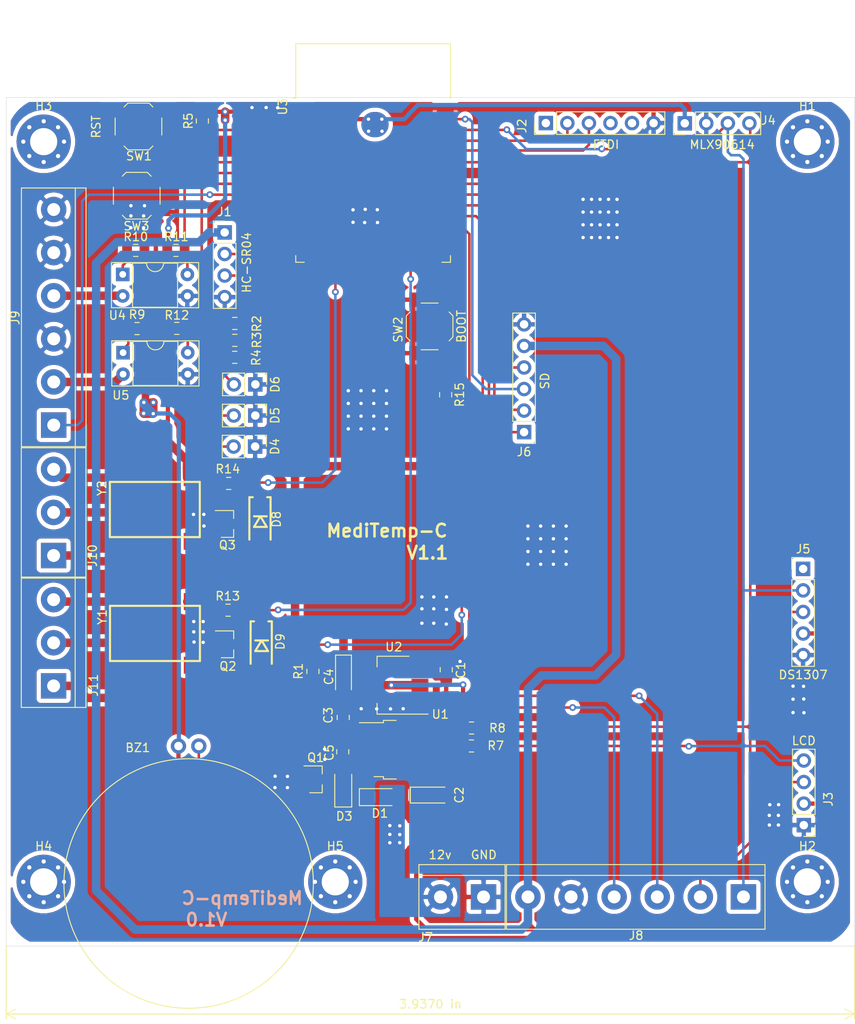
<source format=kicad_pcb>
(kicad_pcb (version 20171130) (host pcbnew "(5.1.5)-3")
  (layers (0 F.Cu signal) (31 B.Cu signal) (34 B.Paste user) (35 F.Paste user) (36 B.SilkS user) (37 F.SilkS user) (38 B.Mask user) (39 F.Mask user) (44 Edge.Cuts user))
  (net 0 "")
  (net 1 "Net-(BZ1-Pad2)")
  (net 2 +12V)
  (net 3 GND)
  (net 4 +5V)
  (net 5 +3V3)
  (net 6 /PS)
  (net 7 /TX)
  (net 8 "Net-(D4-Pad2)")
  (net 9 "Net-(D5-Pad2)")
  (net 10 "Net-(D6-Pad2)")
  (net 11 "Net-(D8-Pad2)")
  (net 12 "Net-(D9-Pad2)")
  (net 13 /Echo)
  (net 14 /Trig)
  (net 15 "Net-(J2-Pad5)")
  (net 16 /RX)
  (net 17 "Net-(J2-Pad1)")
  (net 18 /SCL)
  (net 19 /SDA)
  (net 20 "Net-(J5-Pad1)")
  (net 21 /MISO)
  (net 22 /MOSI)
  (net 23 /SCK)
  (net 24 /CS)
  (net 25 /RX2)
  (net 26 /TX2)
  (net 27 /OP2)
  (net 28 /GPIO)
  (net 29 /OP1)
  (net 30 /NO1)
  (net 31 /COM1)
  (net 32 /NC1)
  (net 33 /NO2)
  (net 34 /COM2)
  (net 35 /NC2)
  (net 36 "Net-(Q1-Pad1)")
  (net 37 "Net-(Q2-Pad1)")
  (net 38 "Net-(Q3-Pad1)")
  (net 39 /Buz)
  (net 40 /L1)
  (net 41 /L2)
  (net 42 /L3)
  (net 43 /EN)
  (net 44 "Net-(R9-Pad1)")
  (net 45 "Net-(R10-Pad1)")
  (net 46 /D2)
  (net 47 /D1)
  (net 48 /Ry2)
  (net 49 /Ry1)
  (net 50 /GPIO0)
  (net 51 /Pb)
  (net 52 "Net-(U3-Pad32)")
  (net 53 "Net-(U3-Pad24)")
  (net 54 "Net-(U3-Pad22)")
  (net 55 "Net-(U3-Pad20)")
  (net 56 "Net-(U3-Pad19)")
  (net 57 "Net-(U3-Pad5)")
  (net 58 "Net-(U3-Pad4)")
  (net 59 "Net-(Y1-Pad4)")
  (net 60 "Net-(Y1-Pad7)")
  (net 61 "Net-(Y2-Pad4)")
  (net 62 "Net-(Y2-Pad7)")
  (net 63 "Net-(U3-Pad21)")
  (net 64 "Net-(U3-Pad18)")
  (net 65 "Net-(U3-Pad17)")
  (net 66 "Net-(J2-Pad4)")
  (module Resistor_SMD:R_0805_2012Metric_Pad1.15x1.40mm_HandSolder (layer F.Cu) (at 147.3 69.775 270)
    (fp_text reference R15 (at 0 -1.65 90) (layer F.SilkS))
    (fp_text value 10K)
    (pad 2 smd roundrect (at 1.025 0 270) (size 1.15 1.4) (layers F.Cu F.Paste F.Mask) (roundrect_rratio 0.217391) (net 5 +3V3))
    (pad 1 smd roundrect (at -1.025 0 270) (size 1.15 1.4) (layers F.Cu F.Paste F.Mask) (roundrect_rratio 0.217391) (net 50 /GPIO0))
  )
  (module MountingHole:MountingHole_3.2mm_M3_Pad_Via (layer F.Cu) (at 134.29 127.176)
    (fp_text reference H5 (at 0 -4.2) (layer F.SilkS))
    (fp_text value MountingHole)
    (pad 1 thru_hole circle (at 1.697056 -1.697056) (size 0.8 0.8) (drill 0.5) (layers *.Cu *.Mask))
    (pad 1 thru_hole circle (at 0 -2.4) (size 0.8 0.8) (drill 0.5) (layers *.Cu *.Mask))
    (pad 1 thru_hole circle (at -1.697056 -1.697056) (size 0.8 0.8) (drill 0.5) (layers *.Cu *.Mask))
    (pad 1 thru_hole circle (at -2.4 0) (size 0.8 0.8) (drill 0.5) (layers *.Cu *.Mask))
    (pad 1 thru_hole circle (at -1.697056 1.697056) (size 0.8 0.8) (drill 0.5) (layers *.Cu *.Mask))
    (pad 1 thru_hole circle (at 0 2.4) (size 0.8 0.8) (drill 0.5) (layers *.Cu *.Mask))
    (pad 1 thru_hole circle (at 1.697056 1.697056) (size 0.8 0.8) (drill 0.5) (layers *.Cu *.Mask))
    (pad 1 thru_hole circle (at 2.4 0) (size 0.8 0.8) (drill 0.5) (layers *.Cu *.Mask))
    (pad 1 thru_hole circle (at 0 0) (size 6.4 6.4) (drill 3.2) (layers *.Cu *.Mask))
  )
  (module MountingHole:MountingHole_3.2mm_M3_Pad_Via (layer F.Cu) (at 99.916 127.176)
    (fp_text reference H4 (at 0 -4.2) (layer F.SilkS))
    (fp_text value MountingHole)
    (pad 1 thru_hole circle (at 1.697056 -1.697056) (size 0.8 0.8) (drill 0.5) (layers *.Cu *.Mask))
    (pad 1 thru_hole circle (at 0 -2.4) (size 0.8 0.8) (drill 0.5) (layers *.Cu *.Mask))
    (pad 1 thru_hole circle (at -1.697056 -1.697056) (size 0.8 0.8) (drill 0.5) (layers *.Cu *.Mask))
    (pad 1 thru_hole circle (at -2.4 0) (size 0.8 0.8) (drill 0.5) (layers *.Cu *.Mask))
    (pad 1 thru_hole circle (at -1.697056 1.697056) (size 0.8 0.8) (drill 0.5) (layers *.Cu *.Mask))
    (pad 1 thru_hole circle (at 0 2.4) (size 0.8 0.8) (drill 0.5) (layers *.Cu *.Mask))
    (pad 1 thru_hole circle (at 1.697056 1.697056) (size 0.8 0.8) (drill 0.5) (layers *.Cu *.Mask))
    (pad 1 thru_hole circle (at 2.4 0) (size 0.8 0.8) (drill 0.5) (layers *.Cu *.Mask))
    (pad 1 thru_hole circle (at 0 0) (size 6.4 6.4) (drill 3.2) (layers *.Cu *.Mask))
  )
  (module Connector_PinHeader_2.54mm:PinHeader_1x02_P2.54mm_Vertical (layer F.Cu) (at 124.872 68.555 270)
    (fp_text reference D6 (at 0 -2.33 90) (layer F.SilkS))
    (fp_text value LED)
    (pad 2 thru_hole oval (at 0 2.54 270) (size 1.7 1.7) (drill 1) (layers *.Cu *.Mask) (net 10 "Net-(D6-Pad2)"))
    (pad 1 thru_hole rect (at 0 0 270) (size 1.7 1.7) (drill 1) (layers *.Cu *.Mask) (net 3 GND))
  )
  (module Connector_PinHeader_2.54mm:PinHeader_1x02_P2.54mm_Vertical (layer F.Cu) (at 124.861 72.225 270)
    (fp_text reference D5 (at 0 -2.33 90) (layer F.SilkS))
    (fp_text value LED)
    (pad 2 thru_hole oval (at 0 2.54 270) (size 1.7 1.7) (drill 1) (layers *.Cu *.Mask) (net 9 "Net-(D5-Pad2)"))
    (pad 1 thru_hole rect (at 0 0 270) (size 1.7 1.7) (drill 1) (layers *.Cu *.Mask) (net 3 GND))
  )
  (module Connector_PinHeader_2.54mm:PinHeader_1x02_P2.54mm_Vertical (layer F.Cu) (at 124.842 75.881 270)
    (fp_text reference D4 (at 0 -2.33 90) (layer F.SilkS))
    (fp_text value LED)
    (pad 2 thru_hole oval (at 0 2.54 270) (size 1.7 1.7) (drill 1) (layers *.Cu *.Mask) (net 8 "Net-(D4-Pad2)"))
    (pad 1 thru_hole rect (at 0 0 270) (size 1.7 1.7) (drill 1) (layers *.Cu *.Mask) (net 3 GND))
  )
  (module MountingHole:MountingHole_3.2mm_M3_Pad_Via (layer F.Cu) (at 99.916 39.95)
    (fp_text reference H3 (at 0 -4.2) (layer F.SilkS))
    (fp_text value MountingHole)
    (pad 1 thru_hole circle (at 1.697056 -1.697056) (size 0.8 0.8) (drill 0.5) (layers *.Cu *.Mask))
    (pad 1 thru_hole circle (at 0 -2.4) (size 0.8 0.8) (drill 0.5) (layers *.Cu *.Mask))
    (pad 1 thru_hole circle (at -1.697056 -1.697056) (size 0.8 0.8) (drill 0.5) (layers *.Cu *.Mask))
    (pad 1 thru_hole circle (at -2.4 0) (size 0.8 0.8) (drill 0.5) (layers *.Cu *.Mask))
    (pad 1 thru_hole circle (at -1.697056 1.697056) (size 0.8 0.8) (drill 0.5) (layers *.Cu *.Mask))
    (pad 1 thru_hole circle (at 0 2.4) (size 0.8 0.8) (drill 0.5) (layers *.Cu *.Mask))
    (pad 1 thru_hole circle (at 1.697056 1.697056) (size 0.8 0.8) (drill 0.5) (layers *.Cu *.Mask))
    (pad 1 thru_hole circle (at 2.4 0) (size 0.8 0.8) (drill 0.5) (layers *.Cu *.Mask))
    (pad 1 thru_hole circle (at 0 0) (size 6.4 6.4) (drill 3.2) (layers *.Cu *.Mask))
  )
  (module MountingHole:MountingHole_3.2mm_M3_Pad_Via (layer F.Cu) (at 189.94 127.176)
    (fp_text reference H2 (at 0 -4.2) (layer F.SilkS))
    (fp_text value MountingHole)
    (pad 1 thru_hole circle (at 1.697056 -1.697056) (size 0.8 0.8) (drill 0.5) (layers *.Cu *.Mask))
    (pad 1 thru_hole circle (at 0 -2.4) (size 0.8 0.8) (drill 0.5) (layers *.Cu *.Mask))
    (pad 1 thru_hole circle (at -1.697056 -1.697056) (size 0.8 0.8) (drill 0.5) (layers *.Cu *.Mask))
    (pad 1 thru_hole circle (at -2.4 0) (size 0.8 0.8) (drill 0.5) (layers *.Cu *.Mask))
    (pad 1 thru_hole circle (at -1.697056 1.697056) (size 0.8 0.8) (drill 0.5) (layers *.Cu *.Mask))
    (pad 1 thru_hole circle (at 0 2.4) (size 0.8 0.8) (drill 0.5) (layers *.Cu *.Mask))
    (pad 1 thru_hole circle (at 1.697056 1.697056) (size 0.8 0.8) (drill 0.5) (layers *.Cu *.Mask))
    (pad 1 thru_hole circle (at 2.4 0) (size 0.8 0.8) (drill 0.5) (layers *.Cu *.Mask))
    (pad 1 thru_hole circle (at 0 0) (size 6.4 6.4) (drill 3.2) (layers *.Cu *.Mask))
  )
  (module MountingHole:MountingHole_3.2mm_M3_Pad_Via (layer F.Cu) (at 189.94 39.95)
    (fp_text reference H1 (at 0 -4.2) (layer F.SilkS))
    (fp_text value MountingHole)
    (pad 1 thru_hole circle (at 1.697056 -1.697056) (size 0.8 0.8) (drill 0.5) (layers *.Cu *.Mask))
    (pad 1 thru_hole circle (at 0 -2.4) (size 0.8 0.8) (drill 0.5) (layers *.Cu *.Mask))
    (pad 1 thru_hole circle (at -1.697056 -1.697056) (size 0.8 0.8) (drill 0.5) (layers *.Cu *.Mask))
    (pad 1 thru_hole circle (at -2.4 0) (size 0.8 0.8) (drill 0.5) (layers *.Cu *.Mask))
    (pad 1 thru_hole circle (at -1.697056 1.697056) (size 0.8 0.8) (drill 0.5) (layers *.Cu *.Mask))
    (pad 1 thru_hole circle (at 0 2.4) (size 0.8 0.8) (drill 0.5) (layers *.Cu *.Mask))
    (pad 1 thru_hole circle (at 1.697056 1.697056) (size 0.8 0.8) (drill 0.5) (layers *.Cu *.Mask))
    (pad 1 thru_hole circle (at 2.4 0) (size 0.8 0.8) (drill 0.5) (layers *.Cu *.Mask))
    (pad 1 thru_hole circle (at 0 0) (size 6.4 6.4) (drill 3.2) (layers *.Cu *.Mask))
  )
  (module Connector_PinHeader_2.54mm:PinHeader_1x05_P2.54mm_Vertical (layer F.Cu) (at 189.442 90.292)
    (fp_text reference J5 (at 0 -2.33) (layer F.SilkS))
    (fp_text value DS1307 (at 0 12.49) (layer F.SilkS))
    (pad 5 thru_hole oval (at 0 10.16) (size 1.7 1.7) (drill 1) (layers *.Cu *.Mask) (net 3 GND))
    (pad 4 thru_hole oval (at 0 7.62) (size 1.7 1.7) (drill 1) (layers *.Cu *.Mask) (net 4 +5V))
    (pad 3 thru_hole oval (at 0 5.08) (size 1.7 1.7) (drill 1) (layers *.Cu *.Mask) (net 19 /SDA))
    (pad 2 thru_hole oval (at 0 2.54) (size 1.7 1.7) (drill 1) (layers *.Cu *.Mask) (net 18 /SCL))
    (pad 1 thru_hole rect (at 0 0) (size 1.7 1.7) (drill 1) (layers *.Cu *.Mask) (net 20 "Net-(J5-Pad1)"))
  )
  (module agroin:UD2-3NU (layer F.Cu) (at 118.318 80.05 270)
    (fp_text reference Y2 (at 0.735 11.537 270) (layer F.SilkS))
    (fp_text value UD2-3NU)
    (pad 4 smd rect (at 7 9.1) (size 0.8 2) (layers F.Cu F.Paste F.Mask) (net 61 "Net-(Y2-Pad4)"))
    (pad 3 smd rect (at 7 6.9) (size 0.8 2) (layers F.Cu F.Paste F.Mask) (net 31 /COM1))
    (pad 2 smd rect (at 7 4.7) (size 0.8 2) (layers F.Cu F.Paste F.Mask) (net 32 /NC1))
    (pad 1 smd rect (at 7 1.5) (size 0.8 2) (layers F.Cu F.Paste F.Mask) (net 11 "Net-(D8-Pad2)"))
    (pad 5 smd rect (at -0.5 9.1) (size 0.8 2) (layers F.Cu F.Paste F.Mask) (net 30 /NO1))
    (pad 6 smd rect (at -0.5 6.9) (size 0.8 2) (layers F.Cu F.Paste F.Mask) (net 31 /COM1))
    (pad 7 smd rect (at -0.5 4.7) (size 0.8 2) (layers F.Cu F.Paste F.Mask) (net 62 "Net-(Y2-Pad7)"))
    (pad 8 smd rect (at -0.5 1.5) (size 0.8 2) (layers F.Cu F.Paste F.Mask) (net 5 +3V3))
  )
  (module agroin:UD2-3NU (layer F.Cu) (at 118.335 94.652 270)
    (fp_text reference Y1 (at 1.313 11.509 90) (layer F.SilkS))
    (fp_text value UD2-3NU)
    (pad 4 smd rect (at 7 9.1) (size 0.8 2) (layers F.Cu F.Paste F.Mask) (net 59 "Net-(Y1-Pad4)"))
    (pad 3 smd rect (at 7 6.9) (size 0.8 2) (layers F.Cu F.Paste F.Mask) (net 34 /COM2))
    (pad 2 smd rect (at 7 4.7) (size 0.8 2) (layers F.Cu F.Paste F.Mask) (net 35 /NC2))
    (pad 1 smd rect (at 7 1.5) (size 0.8 2) (layers F.Cu F.Paste F.Mask) (net 12 "Net-(D9-Pad2)"))
    (pad 5 smd rect (at -0.5 9.1) (size 0.8 2) (layers F.Cu F.Paste F.Mask) (net 33 /NO2))
    (pad 6 smd rect (at -0.5 6.9) (size 0.8 2) (layers F.Cu F.Paste F.Mask) (net 34 /COM2))
    (pad 7 smd rect (at -0.5 4.7) (size 0.8 2) (layers F.Cu F.Paste F.Mask) (net 60 "Net-(Y1-Pad7)"))
    (pad 8 smd rect (at -0.5 1.5) (size 0.8 2) (layers F.Cu F.Paste F.Mask) (net 5 +3V3))
  )
  (module Package_DIP:DIP-4_W7.62mm_Socket (layer F.Cu) (at 109.277 64.814)
    (fp_text reference U5 (at -0.261 5.026 180) (layer F.SilkS))
    (fp_text value LTV-817)
    (pad 4 thru_hole oval (at 7.62 0) (size 1.6 1.6) (drill 0.8) (layers *.Cu *.Mask) (net 47 /D1))
    (pad 2 thru_hole oval (at 0 2.54) (size 1.6 1.6) (drill 0.8) (layers *.Cu *.Mask) (net 29 /OP1))
    (pad 3 thru_hole oval (at 7.62 2.54) (size 1.6 1.6) (drill 0.8) (layers *.Cu *.Mask) (net 3 GND))
    (pad 1 thru_hole rect (at 0 0) (size 1.6 1.6) (drill 0.8) (layers *.Cu *.Mask) (net 44 "Net-(R9-Pad1)"))
  )
  (module Package_DIP:DIP-4_W7.62mm_Socket (layer F.Cu) (at 109.236 55.596)
    (fp_text reference U4 (at -0.632 4.825) (layer F.SilkS))
    (fp_text value LTV-817)
    (pad 4 thru_hole oval (at 7.62 0) (size 1.6 1.6) (drill 0.8) (layers *.Cu *.Mask) (net 46 /D2))
    (pad 2 thru_hole oval (at 0 2.54) (size 1.6 1.6) (drill 0.8) (layers *.Cu *.Mask) (net 27 /OP2))
    (pad 3 thru_hole oval (at 7.62 2.54) (size 1.6 1.6) (drill 0.8) (layers *.Cu *.Mask) (net 3 GND))
    (pad 1 thru_hole rect (at 0 0) (size 1.6 1.6) (drill 0.8) (layers *.Cu *.Mask) (net 45 "Net-(R10-Pad1)"))
  )
  (module RF_Module:ESP32-WROOM-32 (layer F.Cu) (at 138.748 44.284)
    (fp_text reference U3 (at -10.65 -8.45 90) (layer F.SilkS))
    (fp_text value ESP32-WROOM-32)
    (pad 38 smd rect (at 8.5 -8.255) (size 2 0.9) (layers F.Cu F.Paste F.Mask) (net 3 GND))
    (pad 37 smd rect (at 8.5 -6.985) (size 2 0.9) (layers F.Cu F.Paste F.Mask) (net 22 /MOSI))
    (pad 36 smd rect (at 8.5 -5.715) (size 2 0.9) (layers F.Cu F.Paste F.Mask) (net 18 /SCL))
    (pad 35 smd rect (at 8.5 -4.445) (size 2 0.9) (layers F.Cu F.Paste F.Mask) (net 16 /RX))
    (pad 34 smd rect (at 8.5 -3.175) (size 2 0.9) (layers F.Cu F.Paste F.Mask) (net 7 /TX))
    (pad 33 smd rect (at 8.5 -1.905) (size 2 0.9) (layers F.Cu F.Paste F.Mask) (net 19 /SDA))
    (pad 32 smd rect (at 8.5 -0.635) (size 2 0.9) (layers F.Cu F.Paste F.Mask) (net 52 "Net-(U3-Pad32)"))
    (pad 31 smd rect (at 8.5 0.635) (size 2 0.9) (layers F.Cu F.Paste F.Mask) (net 21 /MISO))
    (pad 30 smd rect (at 8.5 1.905) (size 2 0.9) (layers F.Cu F.Paste F.Mask) (net 23 /SCK))
    (pad 29 smd rect (at 8.5 3.175) (size 2 0.9) (layers F.Cu F.Paste F.Mask) (net 24 /CS))
    (pad 28 smd rect (at 8.5 4.445) (size 2 0.9) (layers F.Cu F.Paste F.Mask) (net 25 /RX2))
    (pad 27 smd rect (at 8.5 5.715) (size 2 0.9) (layers F.Cu F.Paste F.Mask) (net 26 /TX2))
    (pad 26 smd rect (at 8.5 6.985) (size 2 0.9) (layers F.Cu F.Paste F.Mask) (net 39 /Buz))
    (pad 25 smd rect (at 8.5 8.255) (size 2 0.9) (layers F.Cu F.Paste F.Mask) (net 50 /GPIO0))
    (pad 24 smd rect (at 5.715 9.255 90) (size 2 0.9) (layers F.Cu F.Paste F.Mask) (net 53 "Net-(U3-Pad24)"))
    (pad 23 smd rect (at 4.445 9.255 90) (size 2 0.9) (layers F.Cu F.Paste F.Mask) (net 48 /Ry2))
    (pad 22 smd rect (at 3.175 9.255 90) (size 2 0.9) (layers F.Cu F.Paste F.Mask) (net 54 "Net-(U3-Pad22)"))
    (pad 21 smd rect (at 1.905 9.255 90) (size 2 0.9) (layers F.Cu F.Paste F.Mask) (net 63 "Net-(U3-Pad21)"))
    (pad 20 smd rect (at 0.635 9.255 90) (size 2 0.9) (layers F.Cu F.Paste F.Mask) (net 55 "Net-(U3-Pad20)"))
    (pad 19 smd rect (at -0.635 9.255 90) (size 2 0.9) (layers F.Cu F.Paste F.Mask) (net 56 "Net-(U3-Pad19)"))
    (pad 18 smd rect (at -1.905 9.255 90) (size 2 0.9) (layers F.Cu F.Paste F.Mask) (net 64 "Net-(U3-Pad18)"))
    (pad 17 smd rect (at -3.175 9.255 90) (size 2 0.9) (layers F.Cu F.Paste F.Mask) (net 65 "Net-(U3-Pad17)"))
    (pad 16 smd rect (at -4.445 9.255 90) (size 2 0.9) (layers F.Cu F.Paste F.Mask) (net 49 /Ry1))
    (pad 15 smd rect (at -5.715 9.255 90) (size 2 0.9) (layers F.Cu F.Paste F.Mask) (net 3 GND))
    (pad 14 smd rect (at -8.5 8.255) (size 2 0.9) (layers F.Cu F.Paste F.Mask) (net 42 /L3))
    (pad 13 smd rect (at -8.5 6.985) (size 2 0.9) (layers F.Cu F.Paste F.Mask) (net 41 /L2))
    (pad 12 smd rect (at -8.5 5.715) (size 2 0.9) (layers F.Cu F.Paste F.Mask) (net 40 /L1))
    (pad 11 smd rect (at -8.5 4.445) (size 2 0.9) (layers F.Cu F.Paste F.Mask) (net 13 /Echo))
    (pad 10 smd rect (at -8.5 3.175) (size 2 0.9) (layers F.Cu F.Paste F.Mask) (net 14 /Trig))
    (pad 9 smd rect (at -8.5 1.905) (size 2 0.9) (layers F.Cu F.Paste F.Mask) (net 28 /GPIO))
    (pad 8 smd rect (at -8.5 0.635) (size 2 0.9) (layers F.Cu F.Paste F.Mask) (net 47 /D1))
    (pad 7 smd rect (at -8.5 -0.635) (size 2 0.9) (layers F.Cu F.Paste F.Mask) (net 46 /D2))
    (pad 6 smd rect (at -8.5 -1.905) (size 2 0.9) (layers F.Cu F.Paste F.Mask) (net 51 /Pb))
    (pad 5 smd rect (at -8.5 -3.175) (size 2 0.9) (layers F.Cu F.Paste F.Mask) (net 57 "Net-(U3-Pad5)"))
    (pad 4 smd rect (at -8.5 -4.445) (size 2 0.9) (layers F.Cu F.Paste F.Mask) (net 58 "Net-(U3-Pad4)"))
    (pad 3 smd rect (at -8.5 -5.715) (size 2 0.9) (layers F.Cu F.Paste F.Mask) (net 43 /EN))
    (pad 2 smd rect (at -8.5 -6.985) (size 2 0.9) (layers F.Cu F.Paste F.Mask) (net 5 +3V3))
    (pad 1 smd rect (at -8.5 -8.255) (size 2 0.9) (layers F.Cu F.Paste F.Mask) (net 3 GND))
    (pad 39 smd rect (at -1 -0.755) (size 5 5) (layers F.Cu F.Paste F.Mask) (net 3 GND))
  )
  (module Package_TO_SOT_SMD:SOT-223 (layer F.Cu) (at 141.122 104.001 180)
    (fp_text reference U2 (at -0.063 4.495) (layer F.SilkS))
    (fp_text value AP2114H-3.3TRG1)
    (pad 1 smd rect (at -3.15 -2.3 180) (size 2 1.5) (layers F.Cu F.Paste F.Mask) (net 3 GND))
    (pad 3 smd rect (at -3.15 2.3 180) (size 2 1.5) (layers F.Cu F.Paste F.Mask) (net 4 +5V))
    (pad 2 smd rect (at -3.15 0 180) (size 2 1.5) (layers F.Cu F.Paste F.Mask) (net 5 +3V3))
    (pad 4 smd rect (at 3.15 0 180) (size 2 3.8) (layers F.Cu F.Paste F.Mask) (net 5 +3V3))
  )
  (module Package_TO_SOT_SMD:TO-252-2 (layer F.Cu) (at 142.434 111.601)
    (fp_text reference U1 (at 4.238 -4.167) (layer F.SilkS))
    (fp_text value AZ1084CD-5.0TRG1)
    (pad 2 smd rect (at 2.1 0) (size 6.4 5.8) (layers F.Cu F.Mask) (net 4 +5V))
    (pad 3 smd rect (at -4.2 2.28) (size 2.2 1.2) (layers F.Cu F.Paste F.Mask) (net 2 +12V))
    (pad 1 smd rect (at -4.2 -2.28) (size 2.2 1.2) (layers F.Cu F.Paste F.Mask) (net 3 GND))
  )
  (module Button_Switch_SMD:SW_SPST_TL3342 (layer F.Cu) (at 110.887 46.323 180)
    (fp_text reference SW3 (at 0.037 -3.577) (layer F.SilkS))
    (fp_text value Extra)
    (pad 2 smd rect (at 3.15 1.9 180) (size 1.7 1) (layers F.Cu F.Paste F.Mask) (net 51 /Pb))
    (pad 2 smd rect (at -3.15 1.9 180) (size 1.7 1) (layers F.Cu F.Paste F.Mask) (net 51 /Pb))
    (pad 1 smd rect (at 3.15 -1.9 180) (size 1.7 1) (layers F.Cu F.Paste F.Mask) (net 3 GND))
    (pad 1 smd rect (at -3.15 -1.9 180) (size 1.7 1) (layers F.Cu F.Paste F.Mask) (net 3 GND))
  )
  (module Button_Switch_SMD:SW_SPST_TL3342 (layer F.Cu) (at 145.406 61.724 90)
    (fp_text reference SW2 (at -0.376 -3.706 270) (layer F.SilkS))
    (fp_text value BOOT (at 0 3.75 90) (layer F.SilkS))
    (pad 2 smd rect (at 3.15 1.9 90) (size 1.7 1) (layers F.Cu F.Paste F.Mask) (net 50 /GPIO0))
    (pad 2 smd rect (at -3.15 1.9 90) (size 1.7 1) (layers F.Cu F.Paste F.Mask) (net 50 /GPIO0))
    (pad 1 smd rect (at 3.15 -1.9 90) (size 1.7 1) (layers F.Cu F.Paste F.Mask) (net 3 GND))
    (pad 1 smd rect (at -3.15 -1.9 90) (size 1.7 1) (layers F.Cu F.Paste F.Mask) (net 3 GND))
  )
  (module Button_Switch_SMD:SW_SPST_TL3342 (layer F.Cu) (at 111.09 38.165)
    (fp_text reference SW1 (at 0.06 3.485 180) (layer F.SilkS))
    (fp_text value RST (at -4.99 0.035 90) (layer F.SilkS))
    (pad 2 smd rect (at 3.15 1.9) (size 1.7 1) (layers F.Cu F.Paste F.Mask) (net 43 /EN))
    (pad 2 smd rect (at -3.15 1.9) (size 1.7 1) (layers F.Cu F.Paste F.Mask) (net 43 /EN))
    (pad 1 smd rect (at 3.15 -1.9) (size 1.7 1) (layers F.Cu F.Paste F.Mask) (net 3 GND))
    (pad 1 smd rect (at -3.15 -1.9) (size 1.7 1) (layers F.Cu F.Paste F.Mask) (net 3 GND))
  )
  (module Resistor_SMD:R_0805_2012Metric_Pad1.15x1.40mm_HandSolder (layer F.Cu) (at 121.725 80.228)
    (fp_text reference R14 (at -0.099 -1.7 180) (layer F.SilkS))
    (fp_text value 1k)
    (pad 2 smd roundrect (at 1.025 0) (size 1.15 1.4) (layers F.Cu F.Paste F.Mask) (roundrect_rratio 0.217391) (net 49 /Ry1))
    (pad 1 smd roundrect (at -1.025 0) (size 1.15 1.4) (layers F.Cu F.Paste F.Mask) (roundrect_rratio 0.217391) (net 38 "Net-(Q3-Pad1)"))
  )
  (module Resistor_SMD:R_0805_2012Metric_Pad1.15x1.40mm_HandSolder (layer F.Cu) (at 121.655 95.165)
    (fp_text reference R13 (at -0.043 -1.656) (layer F.SilkS))
    (fp_text value 1k)
    (pad 2 smd roundrect (at 1.025 0) (size 1.15 1.4) (layers F.Cu F.Paste F.Mask) (roundrect_rratio 0.217391) (net 48 /Ry2))
    (pad 1 smd roundrect (at -1.025 0) (size 1.15 1.4) (layers F.Cu F.Paste F.Mask) (roundrect_rratio 0.217391) (net 37 "Net-(Q2-Pad1)"))
  )
  (module Resistor_SMD:R_0805_2012Metric_Pad1.15x1.40mm_HandSolder (layer F.Cu) (at 115.612 61.959 180)
    (fp_text reference R12 (at 0 1.55) (layer F.SilkS))
    (fp_text value 10K)
    (pad 2 smd roundrect (at 1.025 0 180) (size 1.15 1.4) (layers F.Cu F.Paste F.Mask) (roundrect_rratio 0.217391) (net 5 +3V3))
    (pad 1 smd roundrect (at -1.025 0 180) (size 1.15 1.4) (layers F.Cu F.Paste F.Mask) (roundrect_rratio 0.217391) (net 47 /D1))
  )
  (module Resistor_SMD:R_0805_2012Metric_Pad1.15x1.40mm_HandSolder (layer F.Cu) (at 115.504 52.765 180)
    (fp_text reference R11 (at -0.05 1.6) (layer F.SilkS))
    (fp_text value 10K)
    (pad 2 smd roundrect (at 1.025 0 180) (size 1.15 1.4) (layers F.Cu F.Paste F.Mask) (roundrect_rratio 0.217391) (net 5 +3V3))
    (pad 1 smd roundrect (at -1.025 0 180) (size 1.15 1.4) (layers F.Cu F.Paste F.Mask) (roundrect_rratio 0.217391) (net 46 /D2))
  )
  (module Resistor_SMD:R_0805_2012Metric_Pad1.15x1.40mm_HandSolder (layer F.Cu) (at 110.77 52.765)
    (fp_text reference R10 (at 0 -1.6) (layer F.SilkS))
    (fp_text value 2.2k)
    (pad 2 smd roundrect (at 1.025 0) (size 1.15 1.4) (layers F.Cu F.Paste F.Mask) (roundrect_rratio 0.217391) (net 2 +12V))
    (pad 1 smd roundrect (at -1.025 0) (size 1.15 1.4) (layers F.Cu F.Paste F.Mask) (roundrect_rratio 0.217391) (net 45 "Net-(R10-Pad1)"))
  )
  (module Resistor_SMD:R_0805_2012Metric_Pad1.15x1.40mm_HandSolder (layer F.Cu) (at 110.921 61.98)
    (fp_text reference R9 (at 0 -1.65) (layer F.SilkS))
    (fp_text value 2.2k)
    (pad 2 smd roundrect (at 1.025 0) (size 1.15 1.4) (layers F.Cu F.Paste F.Mask) (roundrect_rratio 0.217391) (net 2 +12V))
    (pad 1 smd roundrect (at -1.025 0) (size 1.15 1.4) (layers F.Cu F.Paste F.Mask) (roundrect_rratio 0.217391) (net 44 "Net-(R9-Pad1)"))
  )
  (module Resistor_SMD:R_0805_2012Metric_Pad1.15x1.40mm_HandSolder (layer F.Cu) (at 150.351 109.053)
    (fp_text reference R8 (at 3.051 0.007) (layer F.SilkS))
    (fp_text value 3.3k)
    (pad 2 smd roundrect (at 1.025 0) (size 1.15 1.4) (layers F.Cu F.Paste F.Mask) (roundrect_rratio 0.217391) (net 19 /SDA))
    (pad 1 smd roundrect (at -1.025 0) (size 1.15 1.4) (layers F.Cu F.Paste F.Mask) (roundrect_rratio 0.217391) (net 5 +3V3))
  )
  (module Resistor_SMD:R_0805_2012Metric_Pad1.15x1.40mm_HandSolder (layer F.Cu) (at 150.344 111.166)
    (fp_text reference R7 (at 2.86 -0.036) (layer F.SilkS))
    (fp_text value 3.3k)
    (pad 2 smd roundrect (at 1.025 0) (size 1.15 1.4) (layers F.Cu F.Paste F.Mask) (roundrect_rratio 0.217391) (net 18 /SCL))
    (pad 1 smd roundrect (at -1.025 0) (size 1.15 1.4) (layers F.Cu F.Paste F.Mask) (roundrect_rratio 0.217391) (net 5 +3V3))
  )
  (module Resistor_SMD:R_0805_2012Metric_Pad1.15x1.40mm_HandSolder (layer F.Cu) (at 118.621 37.513 90)
    (fp_text reference R5 (at 0 -1.65 90) (layer F.SilkS))
    (fp_text value 10K)
    (pad 2 smd roundrect (at 1.025 0 90) (size 1.15 1.4) (layers F.Cu F.Paste F.Mask) (roundrect_rratio 0.217391) (net 5 +3V3))
    (pad 1 smd roundrect (at -1.025 0 90) (size 1.15 1.4) (layers F.Cu F.Paste F.Mask) (roundrect_rratio 0.217391) (net 43 /EN))
  )
  (module Resistor_SMD:R_0805_2012Metric_Pad1.15x1.40mm_HandSolder (layer F.Cu) (at 122.436 65.365 180)
    (fp_text reference R4 (at -2.529 -0.038 270) (layer F.SilkS))
    (fp_text value 330)
    (pad 2 smd roundrect (at 1.025 0 180) (size 1.15 1.4) (layers F.Cu F.Paste F.Mask) (roundrect_rratio 0.217391) (net 10 "Net-(D6-Pad2)"))
    (pad 1 smd roundrect (at -1.025 0 180) (size 1.15 1.4) (layers F.Cu F.Paste F.Mask) (roundrect_rratio 0.217391) (net 42 /L3))
  )
  (module Resistor_SMD:R_0805_2012Metric_Pad1.15x1.40mm_HandSolder (layer F.Cu) (at 122.443 63.366 180)
    (fp_text reference R3 (at -2.601 0.034 270) (layer F.SilkS))
    (fp_text value 330)
    (pad 2 smd roundrect (at 1.025 0 180) (size 1.15 1.4) (layers F.Cu F.Paste F.Mask) (roundrect_rratio 0.217391) (net 9 "Net-(D5-Pad2)"))
    (pad 1 smd roundrect (at -1.025 0 180) (size 1.15 1.4) (layers F.Cu F.Paste F.Mask) (roundrect_rratio 0.217391) (net 41 /L2))
  )
  (module Resistor_SMD:R_0805_2012Metric_Pad1.15x1.40mm_HandSolder (layer F.Cu) (at 122.448 61.372 180)
    (fp_text reference R2 (at -2.585 -0.033 270) (layer F.SilkS))
    (fp_text value 330)
    (pad 2 smd roundrect (at 1.025 0 180) (size 1.15 1.4) (layers F.Cu F.Paste F.Mask) (roundrect_rratio 0.217391) (net 8 "Net-(D4-Pad2)"))
    (pad 1 smd roundrect (at -1.025 0 180) (size 1.15 1.4) (layers F.Cu F.Paste F.Mask) (roundrect_rratio 0.217391) (net 40 /L1))
  )
  (module Resistor_SMD:R_0805_2012Metric_Pad1.15x1.40mm_HandSolder (layer F.Cu) (at 131.653 102.375 90)
    (fp_text reference R1 (at 0.026 -1.714 90) (layer F.SilkS))
    (fp_text value 1k)
    (pad 2 smd roundrect (at 1.025 0 90) (size 1.15 1.4) (layers F.Cu F.Paste F.Mask) (roundrect_rratio 0.217391) (net 39 /Buz))
    (pad 1 smd roundrect (at -1.025 0 90) (size 1.15 1.4) (layers F.Cu F.Paste F.Mask) (roundrect_rratio 0.217391) (net 36 "Net-(Q1-Pad1)"))
  )
  (module Package_TO_SOT_SMD:SOT-23 (layer F.Cu) (at 121.549 85.003)
    (fp_text reference Q3 (at 0.02 2.489) (layer F.SilkS))
    (fp_text value MMBT2222A)
    (pad 3 smd rect (at 1 0) (size 0.9 0.8) (layers F.Cu F.Paste F.Mask) (net 11 "Net-(D8-Pad2)"))
    (pad 2 smd rect (at -1 0.95) (size 0.9 0.8) (layers F.Cu F.Paste F.Mask) (net 3 GND))
    (pad 1 smd rect (at -1 -0.95) (size 0.9 0.8) (layers F.Cu F.Paste F.Mask) (net 38 "Net-(Q3-Pad1)"))
  )
  (module Package_TO_SOT_SMD:SOT-23 (layer F.Cu) (at 121.557 99.188)
    (fp_text reference Q2 (at 0.076 2.589) (layer F.SilkS))
    (fp_text value MMBT2222A)
    (pad 3 smd rect (at 1 0) (size 0.9 0.8) (layers F.Cu F.Paste F.Mask) (net 12 "Net-(D9-Pad2)"))
    (pad 2 smd rect (at -1 0.95) (size 0.9 0.8) (layers F.Cu F.Paste F.Mask) (net 3 GND))
    (pad 1 smd rect (at -1 -0.95) (size 0.9 0.8) (layers F.Cu F.Paste F.Mask) (net 37 "Net-(Q2-Pad1)"))
  )
  (module Package_TO_SOT_SMD:SOT-23 (layer F.Cu) (at 131.991 115.097)
    (fp_text reference Q1 (at -0.013 -2.559 180) (layer F.SilkS))
    (fp_text value MMBT2222A)
    (pad 3 smd rect (at 1 0) (size 0.9 0.8) (layers F.Cu F.Paste F.Mask) (net 1 "Net-(BZ1-Pad2)"))
    (pad 2 smd rect (at -1 0.95) (size 0.9 0.8) (layers F.Cu F.Paste F.Mask) (net 3 GND))
    (pad 1 smd rect (at -1 -0.95) (size 0.9 0.8) (layers F.Cu F.Paste F.Mask) (net 36 "Net-(Q1-Pad1)"))
  )
  (module TerminalBlock:TerminalBlock_bornier-3_P5.08mm (layer F.Cu) (at 101.087 104.084 90)
    (fp_text reference J11 (at 0.072 4.71 90) (layer F.SilkS))
    (fp_text value Screw_Terminal_01x03)
    (pad 3 thru_hole circle (at 10.16 0 90) (size 3 3) (drill 1.52) (layers *.Cu *.Mask) (net 33 /NO2))
    (pad 2 thru_hole circle (at 5.08 0 90) (size 3 3) (drill 1.52) (layers *.Cu *.Mask) (net 34 /COM2))
    (pad 1 thru_hole rect (at 0 0 90) (size 3 3) (drill 1.52) (layers *.Cu *.Mask) (net 35 /NC2))
  )
  (module TerminalBlock:TerminalBlock_bornier-3_P5.08mm (layer F.Cu) (at 101.087 88.723 90)
    (fp_text reference J10 (at -0.009 4.588 90) (layer F.SilkS))
    (fp_text value Screw_Terminal_01x03)
    (pad 3 thru_hole circle (at 10.16 0 90) (size 3 3) (drill 1.52) (layers *.Cu *.Mask) (net 30 /NO1))
    (pad 2 thru_hole circle (at 5.08 0 90) (size 3 3) (drill 1.52) (layers *.Cu *.Mask) (net 31 /COM1))
    (pad 1 thru_hole rect (at 0 0 90) (size 3 3) (drill 1.52) (layers *.Cu *.Mask) (net 32 /NC1))
  )
  (module TerminalBlock:TerminalBlock_bornier-6_P5.08mm (layer F.Cu) (at 101.1 73.35 90)
    (fp_text reference J9 (at 12.65 -4.55 90) (layer F.SilkS))
    (fp_text value Screw_Terminal_01x11)
    (pad 6 thru_hole circle (at 25.4 0 90) (size 3 3) (drill 1.52) (layers *.Cu *.Mask) (net 3 GND))
    (pad 5 thru_hole circle (at 20.32 0 90) (size 3 3) (drill 1.52) (layers *.Cu *.Mask) (net 3 GND))
    (pad 4 thru_hole circle (at 15.24 0 90) (size 3 3) (drill 1.52) (layers *.Cu *.Mask) (net 27 /OP2))
    (pad 1 thru_hole rect (at 0 0 90) (size 3 3) (drill 1.52) (layers *.Cu *.Mask) (net 28 /GPIO))
    (pad 3 thru_hole circle (at 10.16 0 90) (size 3 3) (drill 1.52) (layers *.Cu *.Mask) (net 3 GND))
    (pad 2 thru_hole circle (at 5.08 0 90) (size 3 3) (drill 1.52) (layers *.Cu *.Mask) (net 29 /OP1))
  )
  (module TerminalBlock:TerminalBlock_bornier-6_P5.08mm (layer F.Cu) (at 182.405 128.952 180)
    (fp_text reference J8 (at 12.65 -4.55) (layer F.SilkS))
    (fp_text value Screw_Terminal_01x11)
    (pad 6 thru_hole circle (at 25.4 0 180) (size 3 3) (drill 1.52) (layers *.Cu *.Mask) (net 4 +5V))
    (pad 5 thru_hole circle (at 20.32 0 180) (size 3 3) (drill 1.52) (layers *.Cu *.Mask) (net 3 GND))
    (pad 4 thru_hole circle (at 15.24 0 180) (size 3 3) (drill 1.52) (layers *.Cu *.Mask) (net 26 /TX2))
    (pad 1 thru_hole rect (at 0 0 180) (size 3 3) (drill 1.52) (layers *.Cu *.Mask) (net 18 /SCL))
    (pad 3 thru_hole circle (at 10.16 0 180) (size 3 3) (drill 1.52) (layers *.Cu *.Mask) (net 25 /RX2))
    (pad 2 thru_hole circle (at 5.08 0 180) (size 3 3) (drill 1.52) (layers *.Cu *.Mask) (net 19 /SDA))
  )
  (module TerminalBlock:TerminalBlock_bornier-2_P5.08mm (layer F.Cu) (at 151.767 128.957 180)
    (fp_text reference J7 (at 6.825 -4.75) (layer F.SilkS))
    (fp_text value Screw_Terminal_01x02)
    (pad 2 thru_hole circle (at 5.08 0 180) (size 3 3) (drill 1.52) (layers *.Cu *.Mask) (net 6 /PS))
    (pad 1 thru_hole rect (at 0 0 180) (size 3 3) (drill 1.52) (layers *.Cu *.Mask) (net 3 GND))
  )
  (module Connector_PinHeader_2.54mm:PinHeader_1x06_P2.54mm_Vertical (layer F.Cu) (at 156.544 74.184 180)
    (fp_text reference J6 (at 0 -2.33) (layer F.SilkS))
    (fp_text value SD (at -2.456 6.034 90) (layer F.SilkS))
    (pad 6 thru_hole oval (at 0 12.7 180) (size 1.7 1.7) (drill 1) (layers *.Cu *.Mask) (net 3 GND))
    (pad 5 thru_hole oval (at 0 10.16 180) (size 1.7 1.7) (drill 1) (layers *.Cu *.Mask) (net 4 +5V))
    (pad 4 thru_hole oval (at 0 7.62 180) (size 1.7 1.7) (drill 1) (layers *.Cu *.Mask) (net 21 /MISO))
    (pad 3 thru_hole oval (at 0 5.08 180) (size 1.7 1.7) (drill 1) (layers *.Cu *.Mask) (net 22 /MOSI))
    (pad 2 thru_hole oval (at 0 2.54 180) (size 1.7 1.7) (drill 1) (layers *.Cu *.Mask) (net 23 /SCK))
    (pad 1 thru_hole rect (at 0 0 180) (size 1.7 1.7) (drill 1) (layers *.Cu *.Mask) (net 24 /CS))
  )
  (module Connector_PinHeader_2.54mm:PinHeader_1x04_P2.54mm_Vertical (layer F.Cu) (at 175.485 37.787 90)
    (fp_text reference J4 (at 0.337 9.865 180) (layer F.SilkS))
    (fp_text value MLX90614 (at -2.513 4.415 180) (layer F.SilkS))
    (pad 4 thru_hole oval (at 0 7.62 90) (size 1.7 1.7) (drill 1) (layers *.Cu *.Mask) (net 19 /SDA))
    (pad 3 thru_hole oval (at 0 5.08 90) (size 1.7 1.7) (drill 1) (layers *.Cu *.Mask) (net 18 /SCL))
    (pad 2 thru_hole oval (at 0 2.54 90) (size 1.7 1.7) (drill 1) (layers *.Cu *.Mask) (net 3 GND))
    (pad 1 thru_hole rect (at 0 0 90) (size 1.7 1.7) (drill 1) (layers *.Cu *.Mask) (net 5 +3V3))
  )
  (module Connector_PinHeader_2.54mm:PinHeader_1x04_P2.54mm_Vertical (layer F.Cu) (at 189.518 120.499 180)
    (fp_text reference J3 (at -2.887 3.055 270) (layer F.SilkS))
    (fp_text value LCD (at 0 9.95) (layer F.SilkS))
    (pad 4 thru_hole oval (at 0 7.62 180) (size 1.7 1.7) (drill 1) (layers *.Cu *.Mask) (net 18 /SCL))
    (pad 3 thru_hole oval (at 0 5.08 180) (size 1.7 1.7) (drill 1) (layers *.Cu *.Mask) (net 19 /SDA))
    (pad 2 thru_hole oval (at 0 2.54 180) (size 1.7 1.7) (drill 1) (layers *.Cu *.Mask) (net 4 +5V))
    (pad 1 thru_hole rect (at 0 0 180) (size 1.7 1.7) (drill 1) (layers *.Cu *.Mask) (net 3 GND))
  )
  (module Connector_PinHeader_2.54mm:PinHeader_1x06_P2.54mm_Vertical (layer F.Cu) (at 159.108 37.767 90)
    (fp_text reference J2 (at -0.333 -2.808 90) (layer F.SilkS))
    (fp_text value FTDI (at -2.533 7.092 180) (layer F.SilkS))
    (pad 6 thru_hole oval (at 0 12.7 90) (size 1.7 1.7) (drill 1) (layers *.Cu *.Mask) (net 3 GND))
    (pad 5 thru_hole oval (at 0 10.16 90) (size 1.7 1.7) (drill 1) (layers *.Cu *.Mask) (net 15 "Net-(J2-Pad5)"))
    (pad 4 thru_hole oval (at 0 7.62 90) (size 1.7 1.7) (drill 1) (layers *.Cu *.Mask) (net 66 "Net-(J2-Pad4)"))
    (pad 3 thru_hole oval (at 0 5.08 90) (size 1.7 1.7) (drill 1) (layers *.Cu *.Mask) (net 7 /TX))
    (pad 2 thru_hole oval (at 0 2.54 90) (size 1.7 1.7) (drill 1) (layers *.Cu *.Mask) (net 16 /RX))
    (pad 1 thru_hole rect (at 0 0 90) (size 1.7 1.7) (drill 1) (layers *.Cu *.Mask) (net 17 "Net-(J2-Pad1)"))
  )
  (module Connector_PinHeader_2.54mm:PinHeader_1x04_P2.54mm_Vertical (layer F.Cu) (at 121.25 50.65)
    (fp_text reference J1 (at -0.019 -2.422) (layer F.SilkS))
    (fp_text value HC-SR04 (at 2.593 3.554 90) (layer F.SilkS))
    (pad 4 thru_hole oval (at 0 7.62) (size 1.7 1.7) (drill 1) (layers *.Cu *.Mask) (net 3 GND))
    (pad 3 thru_hole oval (at 0 5.08) (size 1.7 1.7) (drill 1) (layers *.Cu *.Mask) (net 13 /Echo))
    (pad 2 thru_hole oval (at 0 2.54) (size 1.7 1.7) (drill 1) (layers *.Cu *.Mask) (net 14 /Trig))
    (pad 1 thru_hole rect (at 0 0) (size 1.7 1.7) (drill 1) (layers *.Cu *.Mask) (net 4 +5V))
  )
  (module agroin:F4007 (layer F.Cu) (at 125.609 97.48 270)
    (fp_text reference D9 (at 1.388 -2.19 90) (layer F.SilkS))
    (fp_text value FM4007W-W)
    (pad 2 smd rect (at 3.76 0 270) (size 1.6 1.7) (layers F.Cu F.Paste F.Mask) (net 12 "Net-(D9-Pad2)"))
    (pad 1 smd rect (at 0 0 270) (size 1.6 1.7) (layers F.Cu F.Paste F.Mask) (net 5 +3V3))
  )
  (module agroin:F4007 (layer F.Cu) (at 125.462 82.851 270)
    (fp_text reference D8 (at 1.603 -1.895 270) (layer F.SilkS))
    (fp_text value FM4007W-W)
    (pad 2 smd rect (at 3.76 0 270) (size 1.6 1.7) (layers F.Cu F.Paste F.Mask) (net 11 "Net-(D8-Pad2)"))
    (pad 1 smd rect (at 0 0 270) (size 1.6 1.7) (layers F.Cu F.Paste F.Mask) (net 5 +3V3))
  )
  (module Diode_SMD:D_SOD-123F (layer F.Cu) (at 135.229 116.156 90)
    (fp_text reference D3 (at -3.294 0.121) (layer F.SilkS))
    (fp_text value SS24FL)
    (pad 2 smd rect (at 1.4 0 90) (size 1.1 1.1) (layers F.Cu F.Paste F.Mask) (net 1 "Net-(BZ1-Pad2)"))
    (pad 1 smd rect (at -1.4 0 90) (size 1.1 1.1) (layers F.Cu F.Paste F.Mask) (net 2 +12V))
  )
  (module Diode_SMD:D_SOD-123F (layer F.Cu) (at 139.33 117.195)
    (fp_text reference D1 (at 0.22 1.905 180) (layer F.SilkS))
    (fp_text value SS24FL)
    (pad 2 smd rect (at 1.4 0) (size 1.1 1.1) (layers F.Cu F.Paste F.Mask) (net 6 /PS))
    (pad 1 smd rect (at -1.4 0) (size 1.1 1.1) (layers F.Cu F.Paste F.Mask) (net 2 +12V))
  )
  (module Capacitor_SMD:C_0805_2012Metric_Pad1.15x1.40mm_HandSolder (layer F.Cu) (at 135.173 111.851 270)
    (fp_text reference C5 (at 0.106 1.595 90) (layer F.SilkS))
    (fp_text value 0.1uF)
    (pad 2 smd roundrect (at 1.025 0 270) (size 1.15 1.4) (layers F.Cu F.Paste F.Mask) (roundrect_rratio 0.217391) (net 3 GND))
    (pad 1 smd roundrect (at -1.025 0 270) (size 1.15 1.4) (layers F.Cu F.Paste F.Mask) (roundrect_rratio 0.217391) (net 5 +3V3))
  )
  (module Capacitor_Tantalum_SMD:CP_EIA-3216-18_Kemet-A_Pad1.58x1.35mm_HandSolder (layer F.Cu) (at 135.259 102.941 270)
    (fp_text reference C4 (at 0.073 1.722 270) (layer F.SilkS))
    (fp_text value 100uf)
    (pad 2 smd roundrect (at 1.4375 0 270) (size 1.575 1.35) (layers F.Cu F.Paste F.Mask) (roundrect_rratio 0.185185) (net 3 GND))
    (pad 1 smd roundrect (at -1.4375 0 270) (size 1.575 1.35) (layers F.Cu F.Paste F.Mask) (roundrect_rratio 0.185185) (net 5 +3V3))
  )
  (module Capacitor_SMD:C_0805_2012Metric_Pad1.15x1.40mm_HandSolder (layer F.Cu) (at 135.227 107.806 90)
    (fp_text reference C3 (at 0.255 -1.761 90) (layer F.SilkS))
    (fp_text value 0.1uf)
    (pad 2 smd roundrect (at 1.025 0 90) (size 1.15 1.4) (layers F.Cu F.Paste F.Mask) (roundrect_rratio 0.217391) (net 3 GND))
    (pad 1 smd roundrect (at -1.025 0 90) (size 1.15 1.4) (layers F.Cu F.Paste F.Mask) (roundrect_rratio 0.217391) (net 5 +3V3))
  )
  (module Capacitor_Tantalum_SMD:CP_EIA-3216-18_Kemet-A_Pad1.58x1.35mm_HandSolder (layer F.Cu) (at 145.6205 116.951)
    (fp_text reference C2 (at 3.2845 0 90) (layer F.SilkS))
    (fp_text value 100uf)
    (pad 2 smd roundrect (at 1.4375 0) (size 1.575 1.35) (layers F.Cu F.Paste F.Mask) (roundrect_rratio 0.185185) (net 3 GND))
    (pad 1 smd roundrect (at -1.4375 0) (size 1.575 1.35) (layers F.Cu F.Paste F.Mask) (roundrect_rratio 0.185185) (net 4 +5V))
  )
  (module Capacitor_SMD:C_0805_2012Metric_Pad1.15x1.40mm_HandSolder (layer F.Cu) (at 147.368 102.182 90)
    (fp_text reference C1 (at -0.053 1.719 90) (layer F.SilkS))
    (fp_text value 0.1uf)
    (pad 2 smd roundrect (at 1.025 0 90) (size 1.15 1.4) (layers F.Cu F.Paste F.Mask) (roundrect_rratio 0.217391) (net 3 GND))
    (pad 1 smd roundrect (at -1.025 0 90) (size 1.15 1.4) (layers F.Cu F.Paste F.Mask) (roundrect_rratio 0.217391) (net 4 +5V))
  )
  (module agroin:Buzzer (layer F.Cu) (at 117.005 127.372)
    (fp_text reference BZ1 (at -6 -16) (layer F.SilkS))
    (fp_text value Buzzer)
    (pad 2 thru_hole circle (at 1.2 -16.2) (size 1.8 1.8) (drill 1) (layers *.Cu *.Mask) (net 1 "Net-(BZ1-Pad2)"))
    (pad 1 thru_hole circle (at -1.2 -16.2) (size 1.8 1.8) (drill 1) (layers *.Cu *.Mask) (net 2 +12V))
  )
  (gr_text V1.0 (at 119.1 131.65) (layer B.SilkS) (effects (font (size 1.5 1.5) (thickness 0.3)) (justify mirror)))
  (gr_text "MediTemp-C \n" (at 122.75 129.1) (layer B.SilkS) (effects (font (size 1.5 1.5) (thickness 0.3)) (justify mirror)))
  (gr_text V1.1 (at 145.15 88.4) (layer F.SilkS) (effects (font (size 1.5 1.5) (thickness 0.3))))
  (gr_text "MediTemp-C \n" (at 140.95 85.8) (layer F.SilkS) (effects (font (size 1.5 1.5) (thickness 0.3))))
  (gr_text GND (at 151.8 124) (layer F.SilkS) (effects (font (size 1 1))))
  (gr_text 12v (at 146.65 124) (layer F.SilkS) (effects (font (size 1 1))))
  (gr_line (start 195.5 34.75) (end 95.5 34.75) (layer Edge.Cuts) (width 0.05))
  (gr_line (start 195.5 134.75) (end 195.5 34.75) (layer Edge.Cuts) (width 0.05))
  (gr_line (start 95.5 134.75) (end 195.5 134.75) (layer Edge.Cuts) (width 0.05))
  (gr_line (start 95.5 34.75) (end 95.5 134.75) (layer Edge.Cuts) (width 0.05))
  (dimension 100 (width 0.12) (layer F.SilkS) (gr_text "100.000 mm" (at 145.5 144.02) (layer F.SilkS) (effects (font (size 1 1) (thickness 0.15)))) (feature1 (pts (xy 195.5 134.75) (xy 195.5 143.336421))) (feature2 (pts (xy 95.5 134.75) (xy 95.5 143.336421))) (crossbar (pts (xy 95.5 142.75) (xy 195.5 142.75))) (arrow1a (pts (xy 195.5 142.75) (xy 194.373496 143.336421))) (arrow1b (pts (xy 195.5 142.75) (xy 194.373496 142.163579))) (arrow2a (pts (xy 95.5 142.75) (xy 96.626504 143.336421))) (arrow2b (pts (xy 95.5 142.75) (xy 96.626504 142.163579))))
  (segment (start 132.992 115.098) (end 132.991 115.097) (width 0.3) (layer F.Cu) (net 1))
  (segment (start 135.229 114.756) (end 134.887 115.098) (width 0.3) (layer F.Cu) (net 1))
  (segment (start 134.887 115.098) (end 132.992 115.098) (width 0.3) (layer F.Cu) (net 1))
  (segment (start 132.991 116.865) (end 132.991 115.097) (width 0.3) (layer F.Cu) (net 1))
  (segment (start 117.806 111.138) (end 118.234 111.566) (width 0.3) (layer F.Cu) (net 1))
  (segment (start 132.194 117.662) (end 132.991 116.865) (width 0.3) (layer F.Cu) (net 1))
  (segment (start 119.952 117.662) (end 118.582 117.662) (width 0.3) (layer F.Cu) (net 1))
  (segment (start 119.952 117.662) (end 132.194 117.662) (width 0.3) (layer F.Cu) (net 1))
  (segment (start 118.205 117.285) (end 118.205 111.172) (width 0.3) (layer F.Cu) (net 1))
  (segment (start 118.582 117.662) (end 118.205 117.285) (width 0.3) (layer F.Cu) (net 1))
  (segment (start 111.946 52.916) (end 111.795 52.765) (width 0.5) (layer F.Cu) (net 2))
  (segment (start 111.946 61.98) (end 111.946 52.916) (width 0.5) (layer F.Cu) (net 2))
  (via (at 111.702 71.974) (size 0.8) (drill 0.4) (layers F.Cu B.Cu) (net 2))
  (via (at 111.721 70.679) (size 0.8) (drill 0.4) (layers F.Cu B.Cu) (net 2))
  (via (at 112.848 70.679) (size 0.8) (drill 0.4) (layers F.Cu B.Cu) (net 2))
  (via (at 112.834 72.006) (size 0.8) (drill 0.4) (layers F.Cu B.Cu) (net 2))
  (segment (start 112.289999 71.078999) (end 112.663 71.452) (width 0.5) (layer F.Cu) (net 2))
  (segment (start 112.120999 71.078999) (end 112.289999 71.078999) (width 0.5) (layer F.Cu) (net 2))
  (segment (start 111.721 70.679) (end 112.120999 71.078999) (width 0.5) (layer F.Cu) (net 2))
  (segment (start 112.848 70.679) (end 112.663 71.452) (width 0.5) (layer F.Cu) (net 2))
  (segment (start 112.663 71.452) (end 112.848 71.992) (width 0.5) (layer F.Cu) (net 2))
  (segment (start 112.848 71.992) (end 112.834 72.006) (width 0.5) (layer F.Cu) (net 2))
  (segment (start 112.848 70.679) (end 112.848 71.992) (width 0.5) (layer F.Cu) (net 2))
  (segment (start 111.702 71.974) (end 111.702 71.825) (width 0.5) (layer F.Cu) (net 2))
  (segment (start 111.721 71.244685) (end 112.113315 71.637) (width 0.5) (layer F.Cu) (net 2))
  (segment (start 111.721 70.679) (end 111.721 71.244685) (width 0.5) (layer F.Cu) (net 2))
  (segment (start 112.113315 71.637) (end 112.168 71.637) (width 0.5) (layer F.Cu) (net 2))
  (segment (start 111.702 71.825) (end 112.168 71.637) (width 0.5) (layer F.Cu) (net 2))
  (segment (start 112.168 71.637) (end 112.848 70.679) (width 0.5) (layer F.Cu) (net 2))
  (segment (start 111.721 70.893) (end 112.834 72.006) (width 1) (layer B.Cu) (net 2))
  (segment (start 111.721 70.679) (end 111.721 70.893) (width 1) (layer B.Cu) (net 2))
  (segment (start 111.721 71.955) (end 111.702 71.974) (width 1) (layer F.Cu) (net 2))
  (segment (start 111.721 70.679) (end 111.721 71.955) (width 1) (layer F.Cu) (net 2))
  (segment (start 111.734 72.006) (end 111.702 71.974) (width 1) (layer F.Cu) (net 2))
  (segment (start 112.834 72.006) (end 111.734 72.006) (width 1) (layer F.Cu) (net 2))
  (segment (start 112.834 70.693) (end 112.848 70.679) (width 1) (layer F.Cu) (net 2))
  (segment (start 112.834 72.006) (end 112.834 70.693) (width 1) (layer F.Cu) (net 2))
  (segment (start 111.721 62.205) (end 111.946 61.98) (width 0.5) (layer F.Cu) (net 2))
  (segment (start 111.721 70.679) (end 111.721 62.205) (width 0.5) (layer F.Cu) (net 2))
  (segment (start 137.947 117.178) (end 137.93 117.195) (width 0.5) (layer F.Cu) (net 2))
  (segment (start 138.234 113.881) (end 137.947 114.168) (width 0.5) (layer F.Cu) (net 2))
  (segment (start 137.947 114.168) (end 137.947 117.178) (width 0.5) (layer F.Cu) (net 2))
  (segment (start 137.755 117.37) (end 137.93 117.195) (width 0.5) (layer F.Cu) (net 2))
  (segment (start 135.229 117.556) (end 135.415 117.37) (width 0.5) (layer F.Cu) (net 2))
  (segment (start 135.415 117.37) (end 137.755 117.37) (width 0.5) (layer F.Cu) (net 2))
  (segment (start 134.929 119.171) (end 117.014 119.171) (width 0.5) (layer F.Cu) (net 2))
  (segment (start 135.229 117.556) (end 135.229 118.871) (width 0.5) (layer F.Cu) (net 2))
  (segment (start 117.014 119.171) (end 115.804 117.961) (width 0.5) (layer F.Cu) (net 2))
  (segment (start 135.229 118.871) (end 134.929 119.171) (width 0.5) (layer F.Cu) (net 2))
  (segment (start 115.805 117.96) (end 115.805 111.172) (width 0.5) (layer F.Cu) (net 2))
  (segment (start 115.804 117.961) (end 115.805 117.96) (width 0.5) (layer F.Cu) (net 2))
  (segment (start 111.946 62.68) (end 112.1 62.834) (width 0.5) (layer F.Cu) (net 2))
  (segment (start 111.946 61.98) (end 111.946 62.68) (width 0.5) (layer F.Cu) (net 2))
  (segment (start 112.1 70.6) (end 112.25 70.75) (width 0.5) (layer F.Cu) (net 2))
  (segment (start 112.1 62.834) (end 112.1 70.6) (width 0.5) (layer F.Cu) (net 2))
  (segment (start 111.721 70.679) (end 112.25 70.75) (width 1) (layer F.Cu) (net 2))
  (segment (start 112.25 70.75) (end 112.848 70.679) (width 1) (layer F.Cu) (net 2))
  (segment (start 111.712 71.984) (end 111.702 71.974) (width 0.5) (layer B.Cu) (net 2))
  (segment (start 114.784 71.984) (end 111.712 71.984) (width 0.5) (layer B.Cu) (net 2))
  (segment (start 115.851 73.051) (end 114.784 71.984) (width 0.5) (layer B.Cu) (net 2))
  (segment (start 115.406 111.138) (end 115.851 110.693) (width 0.5) (layer B.Cu) (net 2))
  (segment (start 115.851 110.693) (end 115.851 73.051) (width 0.5) (layer B.Cu) (net 2))
  (via (at 149 101.2) (size 0.8) (drill 0.4) (layers F.Cu B.Cu) (net 3))
  (segment (start 142.772 106.301) (end 144.272 106.301) (width 0.5) (layer F.Cu) (net 3))
  (segment (start 142.292 106.781) (end 142.772 106.301) (width 0.5) (layer F.Cu) (net 3))
  (segment (start 138.234 106.922) (end 138.204 106.892) (width 0.5) (layer F.Cu) (net 3))
  (segment (start 138.234 109.321) (end 138.234 106.922) (width 0.5) (layer F.Cu) (net 3))
  (via (at 142.292 106.781) (size 0.8) (drill 0.4) (layers F.Cu B.Cu) (net 3))
  (via (at 133.054 112.741) (size 0.8) (drill 0.4) (layers F.Cu B.Cu) (net 3))
  (segment (start 135.173 112.876) (end 133.189 112.876) (width 0.5) (layer F.Cu) (net 3))
  (segment (start 133.189 112.876) (end 133.054 112.741) (width 0.5) (layer F.Cu) (net 3))
  (via (at 133.037 111.527) (size 0.8) (drill 0.4) (layers F.Cu B.Cu) (net 3))
  (via (at 189.492 104.135) (size 0.8) (drill 0.4) (layers F.Cu B.Cu) (net 3))
  (segment (start 189.442 100.452) (end 189.442 104.085) (width 0.5) (layer F.Cu) (net 3))
  (segment (start 189.442 104.085) (end 189.492 104.135) (width 0.5) (layer F.Cu) (net 3))
  (segment (start 189.492 104.135) (end 189.492 105.608) (width 0.5) (layer B.Cu) (net 3))
  (via (at 189.513 105.629) (size 0.8) (drill 0.4) (layers F.Cu B.Cu) (net 3))
  (segment (start 189.492 105.608) (end 189.513 105.629) (width 0.5) (layer B.Cu) (net 3))
  (via (at 189.534 107.25) (size 0.8) (drill 0.4) (layers F.Cu B.Cu) (net 3))
  (segment (start 189.513 105.629) (end 189.513 107.229) (width 0.5) (layer F.Cu) (net 3))
  (segment (start 189.513 107.229) (end 189.534 107.25) (width 0.5) (layer F.Cu) (net 3))
  (via (at 188.25 107.229) (size 0.8) (drill 0.4) (layers F.Cu B.Cu) (net 3))
  (segment (start 189.534 107.25) (end 188.271 107.25) (width 0.5) (layer B.Cu) (net 3))
  (segment (start 188.271 107.25) (end 188.25 107.229) (width 0.5) (layer B.Cu) (net 3))
  (via (at 188.25 105.65) (size 0.8) (drill 0.4) (layers F.Cu B.Cu) (net 3))
  (segment (start 188.25 107.229) (end 188.25 105.65) (width 0.5) (layer F.Cu) (net 3))
  (via (at 188.25 104.114) (size 0.8) (drill 0.4) (layers F.Cu B.Cu) (net 3))
  (segment (start 188.25 105.65) (end 188.25 104.114) (width 0.5) (layer B.Cu) (net 3))
  (via (at 186.526 120.482) (size 0.8) (drill 0.4) (layers F.Cu B.Cu) (net 3))
  (segment (start 189.518 120.499) (end 186.543 120.499) (width 0.5) (layer F.Cu) (net 3))
  (segment (start 186.543 120.499) (end 186.526 120.482) (width 0.5) (layer F.Cu) (net 3))
  (via (at 185.461 120.482) (size 0.8) (drill 0.4) (layers F.Cu B.Cu) (net 3))
  (segment (start 186.526 120.482) (end 185.461 120.482) (width 0.5) (layer B.Cu) (net 3))
  (via (at 185.451 119.345) (size 0.8) (drill 0.4) (layers F.Cu B.Cu) (net 3))
  (segment (start 185.461 120.482) (end 185.461 119.355) (width 0.5) (layer F.Cu) (net 3))
  (segment (start 185.461 119.355) (end 185.451 119.345) (width 0.5) (layer F.Cu) (net 3))
  (via (at 186.526 119.345) (size 0.8) (drill 0.4) (layers F.Cu B.Cu) (net 3))
  (segment (start 185.451 119.345) (end 186.526 119.345) (width 0.5) (layer B.Cu) (net 3))
  (segment (start 186.526 119.345) (end 186.526 118.462) (width 0.5) (layer F.Cu) (net 3))
  (segment (start 186.526 118.462) (end 186.506 118.442) (width 0.5) (layer F.Cu) (net 3))
  (via (at 186.548 118.083) (size 0.8) (drill 0.4) (layers F.Cu B.Cu) (net 3))
  (segment (start 186.526 119.345) (end 186.526 118.105) (width 0.5) (layer F.Cu) (net 3))
  (segment (start 186.526 118.105) (end 186.548 118.083) (width 0.5) (layer F.Cu) (net 3))
  (via (at 185.509 118.088) (size 0.8) (drill 0.4) (layers F.Cu B.Cu) (net 3))
  (segment (start 186.548 118.083) (end 185.514 118.083) (width 0.5) (layer B.Cu) (net 3))
  (segment (start 185.514 118.083) (end 185.509 118.088) (width 0.5) (layer B.Cu) (net 3))
  (via (at 118.715 98.957) (size 0.8) (drill 0.4) (layers F.Cu B.Cu) (net 3))
  (segment (start 120.557 100.138) (end 119.896 100.138) (width 0.5) (layer F.Cu) (net 3))
  (segment (start 119.896 100.138) (end 118.715 98.957) (width 0.5) (layer F.Cu) (net 3))
  (via (at 118.72 97.719) (size 0.8) (drill 0.4) (layers F.Cu B.Cu) (net 3))
  (via (at 118.72 96.506) (size 0.8) (drill 0.4) (layers F.Cu B.Cu) (net 3))
  (via (at 117.609 96.506) (size 0.8) (drill 0.4) (layers F.Cu B.Cu) (net 3))
  (via (at 117.609 97.719) (size 0.8) (drill 0.4) (layers F.Cu B.Cu) (net 3))
  (via (at 117.638 98.918) (size 0.8) (drill 0.4) (layers F.Cu B.Cu) (net 3))
  (segment (start 118.715 97.724) (end 118.72 97.719) (width 0.5) (layer F.Cu) (net 3))
  (segment (start 118.715 98.957) (end 118.715 97.724) (width 0.5) (layer F.Cu) (net 3))
  (segment (start 118.72 97.719) (end 118.72 96.506) (width 0.5) (layer F.Cu) (net 3))
  (segment (start 117.609 96.506) (end 117.609 97.719) (width 0.5) (layer F.Cu) (net 3))
  (segment (start 117.609 97.719) (end 117.609 98.889) (width 0.5) (layer F.Cu) (net 3))
  (segment (start 117.638 98.801) (end 118.72 97.719) (width 0.5) (layer F.Cu) (net 3))
  (segment (start 117.638 98.918) (end 117.638 98.801) (width 0.5) (layer F.Cu) (net 3))
  (segment (start 117.609 97.851) (end 118.715 98.957) (width 0.5) (layer F.Cu) (net 3))
  (segment (start 117.609 97.719) (end 117.609 97.851) (width 0.5) (layer F.Cu) (net 3))
  (segment (start 117.609 96.608) (end 118.72 97.719) (width 0.5) (layer F.Cu) (net 3))
  (segment (start 117.609 96.506) (end 117.609 96.608) (width 0.5) (layer F.Cu) (net 3))
  (segment (start 118.72 96.506) (end 118.72 96.608) (width 0.5) (layer F.Cu) (net 3))
  (segment (start 117.609 97.719) (end 118.72 97.719) (width 0.5) (layer F.Cu) (net 3))
  (segment (start 118.1585 97.1695) (end 118.1585 97.0555) (width 1) (layer F.Cu) (net 3))
  (segment (start 118.1585 97.0555) (end 117.609 96.506) (width 1) (layer F.Cu) (net 3))
  (segment (start 118.72 96.608) (end 118.1585 97.1695) (width 0.5) (layer F.Cu) (net 3))
  (segment (start 118.1585 97.1695) (end 117.609 97.719) (width 0.5) (layer F.Cu) (net 3))
  (segment (start 117.609 98.889) (end 117.638 98.918) (width 1) (layer F.Cu) (net 3))
  (segment (start 117.609 96.506) (end 117.609 98.889) (width 1) (layer F.Cu) (net 3))
  (segment (start 118.676 98.918) (end 118.715 98.957) (width 1) (layer F.Cu) (net 3))
  (segment (start 117.638 98.918) (end 118.676 98.918) (width 1) (layer F.Cu) (net 3))
  (segment (start 118.715 96.511) (end 118.72 96.506) (width 1) (layer F.Cu) (net 3))
  (segment (start 118.715 98.957) (end 118.715 96.511) (width 1) (layer F.Cu) (net 3))
  (segment (start 118.72 96.506) (end 117.609 96.506) (width 1) (layer F.Cu) (net 3))
  (segment (start 133.054 111.544) (end 133.037 111.527) (width 1) (layer F.Cu) (net 3))
  (segment (start 133.054 112.741) (end 133.054 111.544) (width 1) (layer F.Cu) (net 3))
  (via (at 118.807 85.241) (size 0.8) (drill 0.4) (layers F.Cu B.Cu) (net 3))
  (segment (start 120.549 85.953) (end 119.519 85.953) (width 1) (layer F.Cu) (net 3))
  (segment (start 119.519 85.953) (end 118.807 85.241) (width 1) (layer F.Cu) (net 3))
  (via (at 118.795 83.876) (size 0.8) (drill 0.4) (layers F.Cu B.Cu) (net 3))
  (via (at 117.577 83.876) (size 0.8) (drill 0.4) (layers F.Cu B.Cu) (net 3))
  (segment (start 118.795 83.876) (end 117.577 83.876) (width 1) (layer F.Cu) (net 3))
  (segment (start 117.577 84.011) (end 118.807 85.241) (width 1) (layer F.Cu) (net 3))
  (segment (start 117.577 83.876) (end 117.577 84.011) (width 1) (layer F.Cu) (net 3))
  (segment (start 118.795 85.229) (end 118.807 85.241) (width 1) (layer F.Cu) (net 3))
  (segment (start 118.795 83.876) (end 118.795 85.229) (width 1) (layer F.Cu) (net 3))
  (segment (start 135.259 106.749) (end 135.227 106.781) (width 1) (layer F.Cu) (net 3))
  (via (at 137.345 106.781) (size 0.8) (drill 0.4) (layers F.Cu B.Cu) (net 3))
  (segment (start 135.227 106.781) (end 137.345 106.781) (width 1) (layer F.Cu) (net 3))
  (via (at 139.173 106.794) (size 0.8) (drill 0.4) (layers F.Cu B.Cu) (net 3))
  (segment (start 137.345 106.781) (end 139.16 106.781) (width 1) (layer F.Cu) (net 3))
  (segment (start 139.16 106.781) (end 139.173 106.794) (width 1) (layer F.Cu) (net 3))
  (via (at 140.804 106.794) (size 0.8) (drill 0.4) (layers F.Cu B.Cu) (net 3))
  (segment (start 139.173 106.794) (end 140.804 106.794) (width 1) (layer F.Cu) (net 3))
  (segment (start 142.279 106.794) (end 142.292 106.781) (width 1) (layer F.Cu) (net 3))
  (segment (start 140.804 106.794) (end 142.279 106.794) (width 1) (layer F.Cu) (net 3))
  (segment (start 135.227 104.4105) (end 135.259 104.3785) (width 0.5) (layer F.Cu) (net 3))
  (segment (start 135.227 106.781) (end 135.227 104.4105) (width 0.5) (layer F.Cu) (net 3))
  (segment (start 130.991 116.047) (end 128.676 116.047) (width 0.5) (layer F.Cu) (net 3))
  (segment (start 128.676 116.047) (end 128.651 116.072) (width 0.5) (layer F.Cu) (net 3))
  (via (at 127.178 116.072) (size 0.8) (drill 0.4) (layers F.Cu B.Cu) (net 3))
  (segment (start 128.651 116.072) (end 127.178 116.072) (width 0.5) (layer F.Cu) (net 3))
  (segment (start 127.178 116.072) (end 127.178 114.742) (width 0.5) (layer F.Cu) (net 3))
  (via (at 127.196 114.724) (size 0.8) (drill 0.4) (layers F.Cu B.Cu) (net 3))
  (segment (start 127.178 114.742) (end 127.196 114.724) (width 0.5) (layer F.Cu) (net 3))
  (segment (start 128.651 114.847) (end 128.668 114.83) (width 0.5) (layer F.Cu) (net 3))
  (via (at 128.651 116.072) (size 0.8) (drill 0.4) (layers F.Cu B.Cu) (net 3))
  (via (at 128.654 114.747) (size 0.8) (drill 0.4) (layers F.Cu B.Cu) (net 3))
  (segment (start 128.651 114.75) (end 128.654 114.747) (width 0.5) (layer F.Cu) (net 3))
  (segment (start 128.651 116.072) (end 128.651 114.75) (width 0.5) (layer F.Cu) (net 3))
  (segment (start 128.654 114.747) (end 128.651 114.847) (width 0.5) (layer F.Cu) (net 3))
  (via (at 137.818 47.929) (size 0.8) (drill 0.4) (layers F.Cu B.Cu) (net 3))
  (segment (start 137.748 43.529) (end 137.748 47.859) (width 0.5) (layer F.Cu) (net 3))
  (segment (start 137.748 47.859) (end 137.818 47.929) (width 0.5) (layer F.Cu) (net 3))
  (via (at 139.244 47.972) (size 0.8) (drill 0.4) (layers F.Cu B.Cu) (net 3))
  (segment (start 137.818 47.929) (end 139.201 47.929) (width 0.5) (layer B.Cu) (net 3))
  (segment (start 139.201 47.929) (end 139.244 47.972) (width 0.5) (layer B.Cu) (net 3))
  (via (at 139.266 49.483) (size 0.8) (drill 0.4) (layers F.Cu B.Cu) (net 3))
  (segment (start 139.244 47.972) (end 139.244 49.461) (width 0.5) (layer F.Cu) (net 3))
  (segment (start 139.244 49.461) (end 139.266 49.483) (width 0.5) (layer F.Cu) (net 3))
  (via (at 137.754 49.483) (size 0.8) (drill 0.4) (layers F.Cu B.Cu) (net 3))
  (segment (start 139.266 49.483) (end 137.754 49.483) (width 0.5) (layer B.Cu) (net 3))
  (via (at 136.385 49.456) (size 0.8) (drill 0.4) (layers F.Cu B.Cu) (net 3))
  (segment (start 137.754 49.483) (end 136.412 49.483) (width 0.5) (layer F.Cu) (net 3))
  (segment (start 136.412 49.483) (end 136.385 49.456) (width 0.5) (layer F.Cu) (net 3))
  (via (at 136.382 47.987) (size 0.8) (drill 0.4) (layers F.Cu B.Cu) (net 3))
  (segment (start 136.385 49.456) (end 136.385 47.99) (width 0.5) (layer B.Cu) (net 3))
  (segment (start 136.385 47.99) (end 136.382 47.987) (width 0.5) (layer B.Cu) (net 3))
  (via (at 127.503 35.954) (size 0.8) (drill 0.4) (layers F.Cu B.Cu) (net 3))
  (segment (start 130.248 36.029) (end 127.578 36.029) (width 0.5) (layer F.Cu) (net 3))
  (segment (start 127.578 36.029) (end 127.503 35.954) (width 0.5) (layer F.Cu) (net 3))
  (segment (start 127.503 35.954) (end 126.157 35.954) (width 0.5) (layer B.Cu) (net 3))
  (via (at 126.139 35.936) (size 0.8) (drill 0.4) (layers F.Cu B.Cu) (net 3))
  (segment (start 126.157 35.954) (end 126.139 35.936) (width 0.5) (layer B.Cu) (net 3))
  (via (at 124.47 35.936) (size 0.8) (drill 0.4) (layers F.Cu B.Cu) (net 3))
  (segment (start 126.139 35.936) (end 124.47 35.936) (width 0.5) (layer F.Cu) (net 3))
  (via (at 135.825 69.3) (size 0.8) (drill 0.4) (layers F.Cu B.Cu) (net 3))
  (segment (start 140.325 70.8) (end 140.325 69.3) (width 0.5) (layer B.Cu) (net 3))
  (via (at 140.325 69.3) (size 0.8) (drill 0.4) (layers F.Cu B.Cu) (net 3))
  (segment (start 140.325 72.3) (end 140.325 70.8) (width 0.5) (layer F.Cu) (net 3))
  (via (at 140.325 70.8) (size 0.8) (drill 0.4) (layers F.Cu B.Cu) (net 3))
  (segment (start 140.325 73.8) (end 140.325 72.3) (width 0.5) (layer B.Cu) (net 3))
  (via (at 140.325 72.3) (size 0.8) (drill 0.4) (layers F.Cu B.Cu) (net 3))
  (segment (start 135.825 73.8) (end 140.325 73.8) (width 0.5) (layer F.Cu) (net 3))
  (via (at 140.325 73.8) (size 0.8) (drill 0.4) (layers F.Cu B.Cu) (net 3))
  (segment (start 137.325 73.8) (end 135.825 73.8) (width 0.5) (layer B.Cu) (net 3))
  (via (at 135.825 73.8) (size 0.8) (drill 0.4) (layers F.Cu B.Cu) (net 3))
  (segment (start 138.825 73.8) (end 137.325 73.8) (width 0.5) (layer F.Cu) (net 3))
  (via (at 137.325 73.8) (size 0.8) (drill 0.4) (layers F.Cu B.Cu) (net 3))
  (segment (start 138.825 72.3) (end 138.825 73.8) (width 0.5) (layer B.Cu) (net 3))
  (via (at 138.825 73.8) (size 0.8) (drill 0.4) (layers F.Cu B.Cu) (net 3))
  (segment (start 137.325 72.3) (end 138.825 72.3) (width 0.5) (layer F.Cu) (net 3))
  (via (at 138.825 72.3) (size 0.8) (drill 0.4) (layers F.Cu B.Cu) (net 3))
  (segment (start 135.825 72.3) (end 137.325 72.3) (width 0.5) (layer B.Cu) (net 3))
  (via (at 137.325 72.3) (size 0.8) (drill 0.4) (layers F.Cu B.Cu) (net 3))
  (segment (start 135.825 70.8) (end 135.825 72.3) (width 0.5) (layer F.Cu) (net 3))
  (via (at 135.825 72.3) (size 0.8) (drill 0.4) (layers F.Cu B.Cu) (net 3))
  (segment (start 137.325 70.8) (end 135.825 70.8) (width 0.5) (layer B.Cu) (net 3))
  (via (at 135.825 70.8) (size 0.8) (drill 0.4) (layers F.Cu B.Cu) (net 3))
  (segment (start 138.825 70.8) (end 137.325 70.8) (width 0.5) (layer F.Cu) (net 3))
  (via (at 137.325 70.8) (size 0.8) (drill 0.4) (layers F.Cu B.Cu) (net 3))
  (segment (start 138.825 69.3) (end 138.825 70.8) (width 0.5) (layer B.Cu) (net 3))
  (via (at 138.825 70.8) (size 0.8) (drill 0.4) (layers F.Cu B.Cu) (net 3))
  (segment (start 137.325 69.3) (end 138.825 69.3) (width 0.5) (layer F.Cu) (net 3))
  (via (at 138.825 69.3) (size 0.8) (drill 0.4) (layers F.Cu B.Cu) (net 3))
  (segment (start 135.825 69.3) (end 137.325 69.3) (width 0.5) (layer B.Cu) (net 3))
  (via (at 137.325 69.3) (size 0.8) (drill 0.4) (layers F.Cu B.Cu) (net 3))
  (segment (start 135.918 69.207) (end 135.825 69.3) (width 0.5) (layer F.Cu) (net 3))
  (segment (start 170.958001 38.616999) (end 170.958001 47.291999) (width 0.5) (layer B.Cu) (net 3))
  (segment (start 171.808 37.767) (end 170.958001 38.616999) (width 0.5) (layer B.Cu) (net 3))
  (via (at 163.5 48.25) (size 0.8) (drill 0.4) (layers F.Cu B.Cu) (net 3))
  (segment (start 170.958001 47.291999) (end 170 48.25) (width 0.5) (layer B.Cu) (net 3))
  (via (at 165.5 48.25) (size 0.8) (drill 0.4) (layers F.Cu B.Cu) (net 3))
  (segment (start 163.5 48.25) (end 165.5 48.25) (width 0.5) (layer F.Cu) (net 3))
  (segment (start 165.5 48.25) (end 168 48.25) (width 0.5) (layer F.Cu) (net 3))
  (segment (start 163.5 48.25) (end 163.5 49.75) (width 0.5) (layer B.Cu) (net 3))
  (via (at 164.5 49.75) (size 0.8) (drill 0.4) (layers F.Cu B.Cu) (net 3))
  (segment (start 163.5 49.75) (end 164.5 49.75) (width 0.5) (layer B.Cu) (net 3))
  (via (at 164.5 48.25) (size 0.8) (drill 0.4) (layers F.Cu B.Cu) (net 3))
  (segment (start 163.5 48.25) (end 164.5 48.25) (width 0.5) (layer B.Cu) (net 3))
  (via (at 166.5 48.25) (size 0.8) (drill 0.4) (layers F.Cu B.Cu) (net 3))
  (segment (start 165.5 48.25) (end 166.5 48.25) (width 0.5) (layer B.Cu) (net 3))
  (segment (start 166.5 48.25) (end 164.5 48.25) (width 0.5) (layer B.Cu) (net 3))
  (segment (start 163.5 49.75) (end 165.5 49.75) (width 0.5) (layer F.Cu) (net 3))
  (via (at 166.5 51.25) (size 0.8) (drill 0.4) (layers F.Cu B.Cu) (net 3))
  (via (at 165.5 49.75) (size 0.8) (drill 0.4) (layers F.Cu B.Cu) (net 3))
  (via (at 163.5 51.25) (size 0.8) (drill 0.4) (layers F.Cu B.Cu) (net 3))
  (via (at 166.5 49.75) (size 0.8) (drill 0.4) (layers F.Cu B.Cu) (net 3))
  (via (at 165.5 51.25) (size 0.8) (drill 0.4) (layers F.Cu B.Cu) (net 3))
  (via (at 164.5 51.25) (size 0.8) (drill 0.4) (layers F.Cu B.Cu) (net 3))
  (via (at 163.5 49.75) (size 0.8) (drill 0.4) (layers F.Cu B.Cu) (net 3))
  (segment (start 165.5 51.25) (end 166.5 51.25) (width 0.5) (layer B.Cu) (net 3))
  (segment (start 165.5 51.25) (end 163.5 51.25) (width 0.5) (layer F.Cu) (net 3))
  (segment (start 163.5 51.25) (end 164.5 51.25) (width 0.5) (layer B.Cu) (net 3))
  (segment (start 165.5 49.75) (end 166.5 49.75) (width 0.5) (layer B.Cu) (net 3))
  (via (at 167.5 48.25) (size 0.8) (drill 0.4) (layers F.Cu B.Cu) (net 3))
  (segment (start 166.5 48.25) (end 167.5 48.25) (width 0.5) (layer B.Cu) (net 3))
  (segment (start 170 48.25) (end 167.5 48.25) (width 0.5) (layer B.Cu) (net 3))
  (via (at 167.5 49.75) (size 0.8) (drill 0.4) (layers F.Cu B.Cu) (net 3))
  (segment (start 167.5 48.25) (end 167.5 49.75) (width 0.5) (layer B.Cu) (net 3))
  (via (at 167.5 51.25) (size 0.8) (drill 0.4) (layers F.Cu B.Cu) (net 3))
  (segment (start 167.5 49.75) (end 167.5 51.25) (width 0.5) (layer F.Cu) (net 3))
  (segment (start 167.5 51.25) (end 166.5 51.25) (width 0.5) (layer B.Cu) (net 3))
  (segment (start 151.767 128.957) (end 151.767 117.483) (width 0.5) (layer B.Cu) (net 3))
  (segment (start 151.767 117.483) (end 153 116.25) (width 0.5) (layer B.Cu) (net 3))
  (segment (start 153 116.25) (end 153 87.75) (width 0.5) (layer B.Cu) (net 3))
  (via (at 157 85.25) (size 0.8) (drill 0.4) (layers F.Cu B.Cu) (net 3))
  (segment (start 153 87.75) (end 155.5 85.25) (width 0.5) (layer B.Cu) (net 3))
  (segment (start 155.5 85.25) (end 157 85.25) (width 0.5) (layer B.Cu) (net 3))
  (via (at 158.5 85.25) (size 0.8) (drill 0.4) (layers F.Cu B.Cu) (net 3))
  (segment (start 157 85.25) (end 158.5 85.25) (width 0.5) (layer F.Cu) (net 3))
  (via (at 160 85.25) (size 0.8) (drill 0.4) (layers F.Cu B.Cu) (net 3))
  (segment (start 158.5 85.25) (end 160 85.25) (width 0.5) (layer B.Cu) (net 3))
  (via (at 161.5 85.25) (size 0.8) (drill 0.4) (layers F.Cu B.Cu) (net 3))
  (segment (start 160 85.25) (end 161.5 85.25) (width 0.5) (layer F.Cu) (net 3))
  (via (at 161.5 86.75) (size 0.8) (drill 0.4) (layers F.Cu B.Cu) (net 3))
  (segment (start 161.5 85.25) (end 161.5 86.75) (width 0.5) (layer B.Cu) (net 3))
  (via (at 160 86.75) (size 0.8) (drill 0.4) (layers F.Cu B.Cu) (net 3))
  (segment (start 161.5 86.75) (end 160 86.75) (width 0.5) (layer F.Cu) (net 3))
  (via (at 158.5 86.75) (size 0.8) (drill 0.4) (layers F.Cu B.Cu) (net 3))
  (segment (start 160 86.75) (end 158.5 86.75) (width 0.5) (layer B.Cu) (net 3))
  (via (at 157 86.75) (size 0.8) (drill 0.4) (layers F.Cu B.Cu) (net 3))
  (segment (start 158.5 86.75) (end 157 86.75) (width 0.5) (layer F.Cu) (net 3))
  (via (at 157 88.25) (size 0.8) (drill 0.4) (layers F.Cu B.Cu) (net 3))
  (segment (start 157 86.75) (end 157 88.25) (width 0.5) (layer B.Cu) (net 3))
  (via (at 158.5 88.25) (size 0.8) (drill 0.4) (layers F.Cu B.Cu) (net 3))
  (segment (start 157 88.25) (end 158.5 88.25) (width 0.5) (layer F.Cu) (net 3))
  (via (at 160 88.25) (size 0.8) (drill 0.4) (layers F.Cu B.Cu) (net 3))
  (segment (start 158.5 88.25) (end 160 88.25) (width 0.5) (layer B.Cu) (net 3))
  (via (at 161.5 88.25) (size 0.8) (drill 0.4) (layers F.Cu B.Cu) (net 3))
  (segment (start 160 88.25) (end 161.5 88.25) (width 0.5) (layer F.Cu) (net 3))
  (via (at 161.5 89.75) (size 0.8) (drill 0.4) (layers F.Cu B.Cu) (net 3))
  (segment (start 161.5 88.25) (end 161.5 89.75) (width 0.5) (layer B.Cu) (net 3))
  (via (at 160 89.75) (size 0.8) (drill 0.4) (layers F.Cu B.Cu) (net 3))
  (segment (start 161.5 89.75) (end 160 89.75) (width 0.5) (layer F.Cu) (net 3))
  (via (at 158.5 89.75) (size 0.8) (drill 0.4) (layers F.Cu B.Cu) (net 3))
  (segment (start 160 89.75) (end 158.5 89.75) (width 0.5) (layer B.Cu) (net 3))
  (via (at 157 89.75) (size 0.8) (drill 0.4) (layers F.Cu B.Cu) (net 3))
  (segment (start 158.5 89.75) (end 157 89.75) (width 0.5) (layer F.Cu) (net 3))
  (via (at 163.5 46.75) (size 0.8) (drill 0.4) (layers F.Cu B.Cu) (net 3))
  (segment (start 163.5 48.25) (end 163.5 46.75) (width 0.5) (layer F.Cu) (net 3))
  (via (at 164.5 46.75) (size 0.8) (drill 0.4) (layers F.Cu B.Cu) (net 3))
  (segment (start 163.5 46.75) (end 164.5 46.75) (width 0.5) (layer B.Cu) (net 3))
  (via (at 165.5 46.75) (size 0.8) (drill 0.4) (layers F.Cu B.Cu) (net 3))
  (segment (start 164.5 46.75) (end 165.5 46.75) (width 0.5) (layer F.Cu) (net 3))
  (via (at 166.5 46.75) (size 0.8) (drill 0.4) (layers F.Cu B.Cu) (net 3))
  (segment (start 165.5 46.75) (end 166.5 46.75) (width 0.5) (layer B.Cu) (net 3))
  (via (at 167.5 46.75) (size 0.8) (drill 0.4) (layers F.Cu B.Cu) (net 3))
  (segment (start 166.5 46.75) (end 167.5 46.75) (width 0.5) (layer F.Cu) (net 3))
  (segment (start 148.957 101.157) (end 149 101.2) (width 0.3) (layer F.Cu) (net 3))
  (segment (start 147.368 101.157) (end 148.957 101.157) (width 0.3) (layer F.Cu) (net 3))
  (via (at 147.375 96.8) (size 0.8) (drill 0.4) (layers F.Cu B.Cu) (net 3))
  (segment (start 147.368 101.157) (end 147.368 96.807) (width 0.3) (layer F.Cu) (net 3))
  (segment (start 147.368 96.807) (end 147.375 96.8) (width 0.3) (layer F.Cu) (net 3))
  (via (at 147.4 95.075) (size 0.8) (drill 0.4) (layers F.Cu B.Cu) (net 3))
  (segment (start 147.375 96.8) (end 147.375 95.1) (width 0.3) (layer B.Cu) (net 3))
  (segment (start 147.375 95.1) (end 147.4 95.075) (width 0.3) (layer B.Cu) (net 3))
  (via (at 147.4 93.6) (size 0.8) (drill 0.4) (layers F.Cu B.Cu) (net 3))
  (segment (start 147.4 95.075) (end 147.4 93.6) (width 0.3) (layer F.Cu) (net 3))
  (via (at 145.9 93.6) (size 0.8) (drill 0.4) (layers F.Cu B.Cu) (net 3))
  (segment (start 147.4 93.6) (end 145.9 93.6) (width 0.3) (layer B.Cu) (net 3))
  (via (at 144.5 93.6) (size 0.8) (drill 0.4) (layers F.Cu B.Cu) (net 3))
  (segment (start 145.9 93.6) (end 144.5 93.6) (width 0.3) (layer F.Cu) (net 3))
  (via (at 144.5 95) (size 0.8) (drill 0.4) (layers F.Cu B.Cu) (net 3))
  (segment (start 144.5 93.6) (end 144.5 95) (width 0.3) (layer B.Cu) (net 3))
  (via (at 145.9 95) (size 0.8) (drill 0.4) (layers F.Cu B.Cu) (net 3))
  (segment (start 144.5 95) (end 145.9 95) (width 0.3) (layer F.Cu) (net 3))
  (via (at 145.9 96.7) (size 0.8) (drill 0.4) (layers F.Cu B.Cu) (net 3))
  (segment (start 145.9 95) (end 145.9 96.7) (width 0.3) (layer B.Cu) (net 3))
  (via (at 144.5 96.7) (size 0.8) (drill 0.4) (layers F.Cu B.Cu) (net 3))
  (segment (start 145.9 96.7) (end 144.5 96.7) (width 0.3) (layer F.Cu) (net 3))
  (via (at 110.2 48.7) (size 0.8) (drill 0.4) (layers F.Cu B.Cu) (net 3))
  (segment (start 107.737 48.223) (end 109.923 48.223) (width 1) (layer F.Cu) (net 3))
  (segment (start 109.923 48.223) (end 110 48.3) (width 1) (layer F.Cu) (net 3))
  (via (at 111.7 48.7) (size 0.8) (drill 0.4) (layers F.Cu B.Cu) (net 3))
  (segment (start 110.2 48.7) (end 111.7 48.7) (width 1) (layer B.Cu) (net 3))
  (via (at 111.7 50.1) (size 0.8) (drill 0.4) (layers F.Cu B.Cu) (net 3))
  (segment (start 111.7 48.7) (end 111.7 50.1) (width 1) (layer F.Cu) (net 3))
  (segment (start 111.7 50.1) (end 111.134315 50.1) (width 1) (layer B.Cu) (net 3))
  (via (at 110.2 50.1) (size 0.8) (drill 0.4) (layers F.Cu B.Cu) (net 3))
  (segment (start 111.134315 50.1) (end 110.2 50.1) (width 1) (layer B.Cu) (net 3))
  (segment (start 110.2 50.1) (end 110.2 48.7) (width 1) (layer F.Cu) (net 3))
  (via (at 110.2 47.5) (size 0.8) (drill 0.4) (layers F.Cu B.Cu) (net 3))
  (segment (start 110.2 48.7) (end 110.2 47.5) (width 1) (layer F.Cu) (net 3))
  (via (at 111.8 47.5) (size 0.8) (drill 0.4) (layers F.Cu B.Cu) (net 3))
  (segment (start 110.2 47.5) (end 111.8 47.5) (width 1) (layer B.Cu) (net 3))
  (segment (start 144.534 116.6) (end 144.183 116.951) (width 0.5) (layer F.Cu) (net 4))
  (segment (start 144.534 111.601) (end 144.534 116.6) (width 0.5) (layer F.Cu) (net 4))
  (segment (start 145.001 101.701) (end 144.272 101.701) (width 0.5) (layer F.Cu) (net 4))
  (segment (start 146.118 103.207) (end 147.368 103.207) (width 0.5) (layer F.Cu) (net 4))
  (segment (start 145.963 102.188) (end 145.963 103.052) (width 0.5) (layer F.Cu) (net 4))
  (segment (start 144.272 101.701) (end 145.476 101.701) (width 0.5) (layer F.Cu) (net 4))
  (segment (start 145.963 103.052) (end 146.118 103.207) (width 0.5) (layer F.Cu) (net 4))
  (segment (start 145.476 101.701) (end 145.963 102.188) (width 0.5) (layer F.Cu) (net 4))
  (segment (start 147.368 103.207) (end 147.368 105.79) (width 0.5) (layer F.Cu) (net 4))
  (segment (start 147.368 109.067) (end 147.368 103.207) (width 0.5) (layer F.Cu) (net 4))
  (segment (start 144.534 111.601) (end 144.834 111.601) (width 0.5) (layer F.Cu) (net 4))
  (segment (start 144.834 111.601) (end 147.368 109.067) (width 0.5) (layer F.Cu) (net 4))
  (segment (start 144.183 117.626) (end 143.826 117.983) (width 0.5) (layer F.Cu) (net 4))
  (segment (start 144.183 116.951) (end 144.183 117.626) (width 0.5) (layer F.Cu) (net 4))
  (segment (start 143.826 117.983) (end 143.826 131.572) (width 0.5) (layer F.Cu) (net 4))
  (segment (start 143.826 131.572) (end 145.045 132.791) (width 0.5) (layer F.Cu) (net 4))
  (segment (start 157.005 132.737) (end 156.973 132.769) (width 0.5) (layer F.Cu) (net 4))
  (segment (start 156.266592 132.770408) (end 157.008 132.029) (width 0.5) (layer F.Cu) (net 4))
  (segment (start 156.209408 132.770408) (end 156.266592 132.770408) (width 0.5) (layer F.Cu) (net 4))
  (segment (start 156.209408 132.770408) (end 156.973 132.769) (width 0.5) (layer F.Cu) (net 4))
  (segment (start 145.045 132.791) (end 156.209408 132.770408) (width 0.5) (layer F.Cu) (net 4))
  (segment (start 157.005 128.952) (end 157.008 132.029) (width 0.5) (layer F.Cu) (net 4))
  (segment (start 157.008 132.029) (end 157.005 132.737) (width 0.5) (layer F.Cu) (net 4))
  (segment (start 157.724403 132.745403) (end 157.008 132.029) (width 0.5) (layer F.Cu) (net 4))
  (segment (start 157.724403 132.769597) (end 157.724403 132.745403) (width 0.5) (layer F.Cu) (net 4))
  (segment (start 156.973 132.769) (end 157.724403 132.769597) (width 0.5) (layer F.Cu) (net 4))
  (segment (start 191.887 117.959) (end 191.905 117.977) (width 0.5) (layer F.Cu) (net 4))
  (segment (start 191.302 117.959) (end 191.917 117.344) (width 0.5) (layer F.Cu) (net 4))
  (segment (start 191.253 117.959) (end 191.302 117.959) (width 0.5) (layer F.Cu) (net 4))
  (segment (start 191.253 117.959) (end 191.887 117.959) (width 0.5) (layer F.Cu) (net 4))
  (segment (start 189.518 117.959) (end 191.253 117.959) (width 0.5) (layer F.Cu) (net 4))
  (segment (start 191.917 117.344) (end 191.905 117.977) (width 0.5) (layer F.Cu) (net 4))
  (segment (start 191.254 117.959) (end 191.93 118.635) (width 0.5) (layer F.Cu) (net 4))
  (segment (start 191.253 117.959) (end 191.254 117.959) (width 0.5) (layer F.Cu) (net 4))
  (segment (start 191.905 117.977) (end 191.93 118.635) (width 0.5) (layer F.Cu) (net 4))
  (segment (start 190.644081 97.912) (end 190.656081 97.9) (width 0.5) (layer F.Cu) (net 4))
  (segment (start 191.539 98.049) (end 191.928 98.438) (width 0.5) (layer F.Cu) (net 4))
  (segment (start 191.928 98.438) (end 191.917 117.344) (width 0.5) (layer F.Cu) (net 4))
  (segment (start 186.703 122.764) (end 185.298 124.169) (width 0.5) (layer F.Cu) (net 4))
  (segment (start 186.703 122.75) (end 186.703 122.764) (width 0.5) (layer F.Cu) (net 4))
  (segment (start 184.057403 132.769597) (end 157.724403 132.769597) (width 0.5) (layer F.Cu) (net 4))
  (segment (start 186.84 122.613) (end 186.703 122.75) (width 0.5) (layer F.Cu) (net 4))
  (segment (start 191.901 120.684) (end 191.895 120.69) (width 0.5) (layer F.Cu) (net 4))
  (segment (start 191.93 118.635) (end 191.901 120.684) (width 0.5) (layer F.Cu) (net 4))
  (segment (start 191.895 120.69) (end 191.895 121.814) (width 0.5) (layer F.Cu) (net 4))
  (segment (start 185.298 131.529) (end 184.057403 132.769597) (width 0.5) (layer F.Cu) (net 4))
  (segment (start 191.895 121.814) (end 191.096 122.613) (width 0.5) (layer F.Cu) (net 4))
  (segment (start 185.298 124.169) (end 185.298 131.529) (width 0.5) (layer F.Cu) (net 4))
  (segment (start 191.096 122.613) (end 186.84 122.613) (width 0.5) (layer F.Cu) (net 4))
  (segment (start 167.4 65.55) (end 165.874 64.024) (width 1) (layer B.Cu) (net 4))
  (segment (start 157.005 104.445) (end 158.6 102.85) (width 1) (layer B.Cu) (net 4))
  (segment (start 157.005 128.952) (end 157.005 104.445) (width 1) (layer B.Cu) (net 4))
  (segment (start 164.95 102.85) (end 167.4 100.4) (width 1) (layer B.Cu) (net 4))
  (segment (start 167.4 100.4) (end 167.4 65.55) (width 1) (layer B.Cu) (net 4))
  (segment (start 158.6 102.85) (end 164.95 102.85) (width 1) (layer B.Cu) (net 4))
  (segment (start 189.442 97.912) (end 190.644081 97.912) (width 0.5) (layer F.Cu) (net 4))
  (segment (start 191.402 97.912) (end 189.442 97.912) (width 0.5) (layer F.Cu) (net 4))
  (segment (start 191.539 98.049) (end 191.402 97.912) (width 0.5) (layer F.Cu) (net 4))
  (segment (start 165.874 64.024) (end 156.544 64.024) (width 1) (layer B.Cu) (net 4))
  (segment (start 118.25 51.8) (end 119.4 50.65) (width 1) (layer B.Cu) (net 4))
  (segment (start 108.55 51.8) (end 118.25 51.8) (width 1) (layer B.Cu) (net 4))
  (segment (start 106.1 54.25) (end 108.55 51.8) (width 1) (layer B.Cu) (net 4))
  (segment (start 119.4 50.65) (end 121.25 50.65) (width 1) (layer B.Cu) (net 4))
  (segment (start 157.005 132.032) (end 156.237 132.8) (width 1) (layer B.Cu) (net 4))
  (segment (start 157.005 128.952) (end 157.005 132.032) (width 1) (layer B.Cu) (net 4))
  (segment (start 110.7 132.8) (end 106.1 128.2) (width 1) (layer B.Cu) (net 4))
  (segment (start 156.237 132.8) (end 110.7 132.8) (width 1) (layer B.Cu) (net 4))
  (segment (start 106.1 128.2) (end 106.1 54.25) (width 1) (layer B.Cu) (net 4))
  (segment (start 114.587 52.873) (end 114.479 52.765) (width 0.5) (layer F.Cu) (net 5))
  (segment (start 114.587 61.959) (end 114.587 52.873) (width 0.5) (layer F.Cu) (net 5))
  (segment (start 114.583 61.963) (end 114.587 61.959) (width 0.5) (layer F.Cu) (net 5))
  (via (at 121.305 36.421) (size 0.8) (drill 0.4) (layers F.Cu B.Cu) (net 5))
  (segment (start 121.292 36.434) (end 121.305 36.421) (width 0.5) (layer F.Cu) (net 5))
  (segment (start 118.621 36.488) (end 118.675 36.434) (width 0.5) (layer F.Cu) (net 5))
  (segment (start 118.675 36.434) (end 121.292 36.434) (width 0.5) (layer F.Cu) (net 5))
  (via (at 121.307 37.423) (size 0.8) (drill 0.4) (layers F.Cu B.Cu) (net 5))
  (segment (start 135.173 108.885) (end 135.227 108.831) (width 0.5) (layer F.Cu) (net 5))
  (segment (start 135.173 110.826) (end 135.173 108.885) (width 0.5) (layer F.Cu) (net 5))
  (segment (start 137.8745 101.5035) (end 137.972 101.601) (width 0.5) (layer F.Cu) (net 5))
  (segment (start 135.259 101.5035) (end 137.8745 101.5035) (width 0.5) (layer F.Cu) (net 5))
  (segment (start 137.972 101.601) (end 137.972 104.001) (width 0.5) (layer F.Cu) (net 5))
  (segment (start 135.227 108.831) (end 133.915 108.831) (width 0.5) (layer F.Cu) (net 5))
  (segment (start 134.0235 101.5035) (end 135.259 101.5035) (width 0.5) (layer F.Cu) (net 5))
  (segment (start 133.509 102.018) (end 134.0235 101.5035) (width 0.5) (layer F.Cu) (net 5))
  (segment (start 133.509 108.425) (end 133.509 102.018) (width 0.5) (layer F.Cu) (net 5))
  (segment (start 133.915 108.831) (end 133.509 108.425) (width 0.5) (layer F.Cu) (net 5))
  (segment (start 121.307 36.423) (end 121.305 36.421) (width 1) (layer F.Cu) (net 5))
  (segment (start 121.307 37.423) (end 121.307 36.423) (width 1) (layer F.Cu) (net 5))
  (via (at 114.629 50.148) (size 0.8) (drill 0.4) (layers F.Cu B.Cu) (net 5))
  (segment (start 114.629 52.615) (end 114.479 52.765) (width 0.5) (layer F.Cu) (net 5))
  (segment (start 114.629 50.148) (end 114.629 52.615) (width 0.5) (layer F.Cu) (net 5))
  (via (at 138.203 37.302) (size 0.8) (drill 0.4) (layers F.Cu B.Cu) (net 5))
  (segment (start 137.41 37.299) (end 137.413 37.302) (width 0.5) (layer F.Cu) (net 5))
  (segment (start 137.413 37.302) (end 138.203 37.302) (width 0.5) (layer F.Cu) (net 5))
  (segment (start 138.203 37.302) (end 142.424 37.302) (width 0.5) (layer B.Cu) (net 5))
  (segment (start 142.424 37.302) (end 142.919 36.807) (width 0.5) (layer B.Cu) (net 5))
  (segment (start 142.919 36.807) (end 142.919 36.743) (width 0.5) (layer B.Cu) (net 5))
  (segment (start 142.919 36.743) (end 144.032 35.63) (width 0.5) (layer B.Cu) (net 5))
  (segment (start 144.032 35.63) (end 166.348 35.63) (width 0.5) (layer B.Cu) (net 5))
  (via (at 139.777 37.302) (size 0.8) (drill 0.4) (layers F.Cu B.Cu) (net 5))
  (segment (start 138.203 37.302) (end 139.777 37.302) (width 0.5) (layer F.Cu) (net 5))
  (segment (start 130.248 37.299) (end 137.41 37.299) (width 0.5) (layer F.Cu) (net 5))
  (segment (start 123.359 37.299) (end 130.248 37.299) (width 0.5) (layer F.Cu) (net 5))
  (segment (start 121.305 36.421) (end 122.481 36.421) (width 0.5) (layer F.Cu) (net 5))
  (segment (start 122.481 36.421) (end 123.359 37.299) (width 0.5) (layer F.Cu) (net 5))
  (segment (start 138.203 37.302) (end 138.203 38.71) (width 0.25) (layer F.Cu) (net 5))
  (via (at 138.214 38.721) (size 0.8) (drill 0.4) (layers F.Cu B.Cu) (net 5))
  (segment (start 138.203 38.71) (end 138.214 38.721) (width 0.25) (layer F.Cu) (net 5))
  (via (at 139.795 38.724) (size 0.8) (drill 0.4) (layers F.Cu B.Cu) (net 5))
  (segment (start 138.214 38.721) (end 139.792 38.721) (width 0.25) (layer F.Cu) (net 5))
  (segment (start 139.792 38.721) (end 139.795 38.724) (width 0.25) (layer F.Cu) (net 5))
  (segment (start 139.795 37.32) (end 139.777 37.302) (width 0.25) (layer B.Cu) (net 5))
  (segment (start 139.795 38.724) (end 139.795 37.32) (width 0.25) (layer B.Cu) (net 5))
  (segment (start 129.55 96.85) (end 130.15 97.45) (width 1) (layer F.Cu) (net 5))
  (segment (start 130.15 97.45) (end 134.35 97.45) (width 1) (layer F.Cu) (net 5))
  (segment (start 135.259 98.359) (end 135.259 101.5035) (width 1) (layer F.Cu) (net 5))
  (segment (start 134.35 97.45) (end 135.259 98.359) (width 1) (layer F.Cu) (net 5))
  (segment (start 144.272 104.001) (end 137.972 104.001) (width 1) (layer F.Cu) (net 5))
  (segment (start 130.12 97.48) (end 125.609 97.48) (width 1) (layer F.Cu) (net 5))
  (segment (start 130.15 97.45) (end 130.12 97.48) (width 1) (layer F.Cu) (net 5))
  (segment (start 118.235 94.152) (end 119.137 93.25) (width 1) (layer F.Cu) (net 5))
  (segment (start 116.835 94.152) (end 118.235 94.152) (width 1) (layer F.Cu) (net 5))
  (segment (start 129.55 93.25) (end 119.137 93.25) (width 1) (layer F.Cu) (net 5))
  (segment (start 129.55 93.25) (end 129.55 96.85) (width 1) (layer F.Cu) (net 5))
  (segment (start 129.301 82.851) (end 125.462 82.851) (width 1) (layer F.Cu) (net 5))
  (segment (start 129.55 83.1) (end 129.301 82.851) (width 1) (layer F.Cu) (net 5))
  (segment (start 129.55 83.1) (end 129.55 93.25) (width 1) (layer F.Cu) (net 5))
  (segment (start 114.55 75.282) (end 114.55 73.9) (width 1) (layer F.Cu) (net 5))
  (segment (start 116.818 77.55) (end 114.55 75.282) (width 1) (layer F.Cu) (net 5))
  (segment (start 114.587 74.794) (end 114.55 73.9) (width 0.5) (layer F.Cu) (net 5))
  (segment (start 114.55 73.9) (end 114.587 61.959) (width 0.5) (layer F.Cu) (net 5))
  (segment (start 149.319 109.06) (end 149.326 109.053) (width 1) (layer F.Cu) (net 5))
  (segment (start 149.319 111.166) (end 149.319 109.06) (width 1) (layer F.Cu) (net 5))
  (via (at 140.899 104.001) (size 0.8) (drill 0.4) (layers F.Cu B.Cu) (net 5))
  (segment (start 146.701 104.001) (end 140.899 104.001) (width 0.5) (layer B.Cu) (net 5))
  (segment (start 146.701 104.001) (end 142.749 104.001) (width 0.5) (layer B.Cu) (net 5))
  (segment (start 149.326 103.974) (end 149.35 103.95) (width 0.3) (layer F.Cu) (net 5))
  (segment (start 149.326 106.374) (end 149.326 103.974) (width 0.3) (layer F.Cu) (net 5))
  (segment (start 149.326 109.053) (end 149.326 106.374) (width 0.5) (layer F.Cu) (net 5))
  (via (at 149.35 103.95) (size 0.8) (drill 0.4) (layers F.Cu B.Cu) (net 5))
  (segment (start 140.95 103.95) (end 140.899 104.001) (width 0.5) (layer B.Cu) (net 5))
  (segment (start 149.35 103.95) (end 140.95 103.95) (width 0.5) (layer B.Cu) (net 5))
  (segment (start 149.35 109.029) (end 149.326 109.053) (width 0.5) (layer F.Cu) (net 5))
  (segment (start 149.35 103.95) (end 149.35 109.029) (width 0.5) (layer F.Cu) (net 5))
  (segment (start 147.3 77.1) (end 146.2 78.2) (width 1) (layer F.Cu) (net 5))
  (segment (start 129.6 78.2) (end 129.5 78.3) (width 1) (layer F.Cu) (net 5))
  (segment (start 129.5 78.3) (end 129.55 78.25) (width 0.5) (layer F.Cu) (net 5))
  (segment (start 147.3 70.8) (end 147.3 77.1) (width 1) (layer F.Cu) (net 5))
  (segment (start 121.307 46.693) (end 121.307 37.423) (width 0.5) (layer B.Cu) (net 5))
  (segment (start 119.354 48.646) (end 121.307 46.693) (width 0.5) (layer B.Cu) (net 5))
  (segment (start 115.203 48.646) (end 119.354 48.646) (width 0.5) (layer B.Cu) (net 5))
  (segment (start 114.629 50.148) (end 114.629 49.22) (width 0.5) (layer B.Cu) (net 5))
  (segment (start 114.629 49.22) (end 115.203 48.646) (width 0.5) (layer B.Cu) (net 5))
  (segment (start 129.5 78.2) (end 129.55 78.25) (width 1) (layer F.Cu) (net 5))
  (segment (start 116.818 77.55) (end 117.468 78.2) (width 1) (layer F.Cu) (net 5))
  (segment (start 116.818 79.55) (end 116.8 78.4) (width 1) (layer F.Cu) (net 5))
  (segment (start 117 78.2) (end 116.8 78.4) (width 0.3) (layer F.Cu) (net 5))
  (segment (start 116.8 78.4) (end 116.818 77.55) (width 1) (layer F.Cu) (net 5))
  (segment (start 117.468 78.2) (end 117 78.2) (width 1) (layer F.Cu) (net 5))
  (segment (start 128.75 78.5) (end 129.55 79.3) (width 1) (layer F.Cu) (net 5))
  (segment (start 128.75 78.2) (end 128.75 78.5) (width 1) (layer F.Cu) (net 5))
  (segment (start 128.75 78.2) (end 129.5 78.2) (width 1) (layer F.Cu) (net 5))
  (segment (start 129.55 79.3) (end 129.55 83.1) (width 1) (layer F.Cu) (net 5))
  (segment (start 117.468 78.2) (end 128.75 78.2) (width 1) (layer F.Cu) (net 5))
  (segment (start 129.55 78.25) (end 129.55 79.3) (width 1) (layer F.Cu) (net 5))
  (segment (start 130.35 78.5) (end 129.55 79.3) (width 1) (layer F.Cu) (net 5))
  (segment (start 130.35 78.2) (end 130.35 78.5) (width 1) (layer F.Cu) (net 5))
  (segment (start 146.2 78.2) (end 130.35 78.2) (width 1) (layer F.Cu) (net 5))
  (segment (start 130.35 78.2) (end 129.6 78.2) (width 1) (layer F.Cu) (net 5))
  (segment (start 175.485 36.099) (end 175.006 35.62) (width 0.5) (layer B.Cu) (net 5))
  (segment (start 167.122 35.62) (end 166.444 35.62) (width 0.5) (layer B.Cu) (net 5))
  (segment (start 175.485 37.787) (end 175.485 36.099) (width 0.5) (layer B.Cu) (net 5))
  (segment (start 175.006 35.62) (end 167.122 35.62) (width 0.5) (layer B.Cu) (net 5))
  (via (at 140.72 121.584) (size 0.8) (drill 0.4) (layers F.Cu B.Cu) (net 6))
  (segment (start 140.72 117.205) (end 140.73 117.195) (width 0.5) (layer F.Cu) (net 6))
  (segment (start 140.72 120.548) (end 140.72 117.205) (width 0.5) (layer F.Cu) (net 6))
  (via (at 140.72 120.548) (size 0.8) (drill 0.4) (layers F.Cu B.Cu) (net 6))
  (via (at 141.89 120.576) (size 0.8) (drill 0.4) (layers F.Cu B.Cu) (net 6))
  (via (at 141.89 121.605) (size 0.8) (drill 0.4) (layers F.Cu B.Cu) (net 6))
  (segment (start 141.728 120.576) (end 140.72 121.584) (width 0.5) (layer F.Cu) (net 6))
  (segment (start 141.89 120.576) (end 141.728 120.576) (width 0.5) (layer F.Cu) (net 6))
  (segment (start 140.72 127.527) (end 140.72 121.584) (width 0.5) (layer B.Cu) (net 6))
  (segment (start 146.687 128.957) (end 142.15 128.957) (width 0.5) (layer B.Cu) (net 6))
  (segment (start 142.15 128.957) (end 140.72 127.527) (width 0.5) (layer B.Cu) (net 6))
  (segment (start 140.833 120.548) (end 141.89 121.605) (width 1) (layer B.Cu) (net 6))
  (segment (start 140.72 120.548) (end 140.833 120.548) (width 1) (layer B.Cu) (net 6))
  (segment (start 141.862 120.548) (end 141.89 120.576) (width 1) (layer F.Cu) (net 6))
  (segment (start 141.89 120.576) (end 141.89 121.605) (width 1) (layer F.Cu) (net 6))
  (segment (start 140.741 121.605) (end 140.72 121.584) (width 1) (layer F.Cu) (net 6))
  (segment (start 141.89 121.605) (end 140.741 121.605) (width 1) (layer F.Cu) (net 6))
  (segment (start 140.72 121.584) (end 140.72 120.548) (width 1) (layer F.Cu) (net 6))
  (via (at 140.72 122.567) (size 0.8) (drill 0.4) (layers F.Cu B.Cu) (net 6))
  (segment (start 140.72 121.584) (end 140.72 122.567) (width 1) (layer F.Cu) (net 6))
  (via (at 141.892 122.56) (size 0.8) (drill 0.4) (layers F.Cu B.Cu) (net 6))
  (segment (start 141.89 121.605) (end 141.89 122.558) (width 1) (layer F.Cu) (net 6))
  (segment (start 141.89 122.558) (end 141.892 122.56) (width 1) (layer F.Cu) (net 6))
  (segment (start 141.885 122.567) (end 141.892 122.56) (width 1) (layer F.Cu) (net 6))
  (segment (start 140.72 122.567) (end 141.885 122.567) (width 1) (layer F.Cu) (net 6))
  (segment (start 140.73 117.195) (end 140.73 119.03) (width 1) (layer F.Cu) (net 6))
  (segment (start 140.72 119.04) (end 140.72 119.42) (width 1) (layer F.Cu) (net 6))
  (segment (start 140.73 119.03) (end 140.72 119.04) (width 1) (layer F.Cu) (net 6))
  (segment (start 141.3 120) (end 141.3 120.5) (width 1) (layer F.Cu) (net 6))
  (segment (start 140.72 119.42) (end 141.3 120) (width 1) (layer F.Cu) (net 6))
  (segment (start 140.72 120.548) (end 141.3 120.5) (width 1) (layer F.Cu) (net 6))
  (segment (start 141.3 120.5) (end 141.862 120.548) (width 1) (layer F.Cu) (net 6))
  (segment (start 164.188 40.312) (end 164.188 37.767) (width 0.3) (layer F.Cu) (net 7))
  (segment (start 163.508 40.992) (end 164.188 40.312) (width 0.3) (layer F.Cu) (net 7))
  (segment (start 147.248 41.109) (end 147.365 40.992) (width 0.3) (layer F.Cu) (net 7))
  (segment (start 147.365 40.992) (end 163.508 40.992) (width 0.3) (layer F.Cu) (net 7))
  (segment (start 119.466 62.011) (end 120.105 61.372) (width 0.3) (layer F.Cu) (net 8))
  (segment (start 119.466 75.021) (end 119.466 62.011) (width 0.3) (layer F.Cu) (net 8))
  (segment (start 120.105 61.372) (end 121.423 61.372) (width 0.3) (layer F.Cu) (net 8))
  (segment (start 122.302 75.881) (end 120.326 75.881) (width 0.3) (layer F.Cu) (net 8))
  (segment (start 120.326 75.881) (end 119.466 75.021) (width 0.3) (layer F.Cu) (net 8))
  (segment (start 120.498 63.366) (end 121.418 63.366) (width 0.3) (layer F.Cu) (net 9))
  (segment (start 122.321 72.225) (end 122.318 72.228) (width 0.3) (layer F.Cu) (net 9))
  (segment (start 122.318 72.228) (end 120.8 72.228) (width 0.3) (layer F.Cu) (net 9))
  (segment (start 120.8 72.228) (end 120.092 71.52) (width 0.3) (layer F.Cu) (net 9))
  (segment (start 120.092 71.52) (end 120.092 63.772) (width 0.3) (layer F.Cu) (net 9))
  (segment (start 120.092 63.772) (end 120.498 63.366) (width 0.3) (layer F.Cu) (net 9))
  (segment (start 121.388 65.388) (end 121.411 65.365) (width 0.3) (layer F.Cu) (net 10))
  (segment (start 121.411 67.634) (end 121.411 65.365) (width 0.3) (layer F.Cu) (net 10))
  (segment (start 122.332 68.555) (end 121.411 67.634) (width 0.3) (layer F.Cu) (net 10))
  (segment (start 125.023 87.05) (end 125.462 86.611) (width 0.3) (layer F.Cu) (net 11))
  (segment (start 122.549 85.003) (end 122.549 85.653) (width 0.3) (layer F.Cu) (net 11))
  (segment (start 122.549 86.792) (end 122.276 87.065) (width 0.3) (layer F.Cu) (net 11))
  (segment (start 122.549 86.569) (end 122.549 86.792) (width 0.3) (layer F.Cu) (net 11))
  (segment (start 122.549 86.569) (end 122.549 87.059) (width 0.3) (layer F.Cu) (net 11))
  (segment (start 116.818 87.05) (end 122.276 87.065) (width 0.3) (layer F.Cu) (net 11))
  (segment (start 122.549 85.653) (end 122.549 86.569) (width 0.3) (layer F.Cu) (net 11))
  (segment (start 122.276 87.065) (end 122.549 87.059) (width 0.3) (layer F.Cu) (net 11))
  (segment (start 122.549 86.755) (end 122.866 87.072) (width 0.3) (layer F.Cu) (net 11))
  (segment (start 122.549 86.569) (end 122.549 86.755) (width 0.3) (layer F.Cu) (net 11))
  (segment (start 122.549 87.059) (end 122.866 87.072) (width 0.3) (layer F.Cu) (net 11))
  (segment (start 122.866 87.072) (end 125.023 87.05) (width 0.3) (layer F.Cu) (net 11))
  (segment (start 125.197 101.652) (end 125.609 101.24) (width 0.3) (layer F.Cu) (net 12))
  (segment (start 122.312 101.652) (end 122.312 101.641) (width 0.3) (layer F.Cu) (net 12))
  (segment (start 122.312 101.641) (end 122.562 101.391) (width 0.3) (layer F.Cu) (net 12))
  (segment (start 116.835 101.652) (end 122.312 101.652) (width 0.3) (layer F.Cu) (net 12))
  (segment (start 122.557 99.188) (end 122.562 101.391) (width 0.3) (layer F.Cu) (net 12))
  (segment (start 122.562 101.391) (end 122.557 101.652) (width 0.3) (layer F.Cu) (net 12))
  (segment (start 122.562 101.435) (end 122.778 101.651) (width 0.3) (layer F.Cu) (net 12))
  (segment (start 122.562 101.391) (end 122.562 101.435) (width 0.3) (layer F.Cu) (net 12))
  (segment (start 122.312 101.652) (end 122.778 101.651) (width 0.3) (layer F.Cu) (net 12))
  (segment (start 122.778 101.651) (end 125.197 101.652) (width 0.3) (layer F.Cu) (net 12))
  (segment (start 126.284 55.066) (end 125.62 55.73) (width 0.3) (layer F.Cu) (net 13))
  (segment (start 126.284 49.108) (end 126.284 55.066) (width 0.3) (layer F.Cu) (net 13))
  (segment (start 130.409 48.699) (end 126.693 48.699) (width 0.3) (layer F.Cu) (net 13))
  (segment (start 125.62 55.73) (end 121.25 55.73) (width 0.3) (layer F.Cu) (net 13))
  (segment (start 126.693 48.699) (end 126.284 49.108) (width 0.3) (layer F.Cu) (net 13))
  (segment (start 121.307 53.726) (end 121.365 53.784) (width 0.3) (layer F.Cu) (net 14))
  (segment (start 126.591 47.459) (end 130.248 47.459) (width 0.3) (layer F.Cu) (net 14))
  (segment (start 125.65 48.4) (end 126.591 47.459) (width 0.3) (layer F.Cu) (net 14))
  (segment (start 125.65 52.7) (end 125.65 48.4) (width 0.3) (layer F.Cu) (net 14))
  (segment (start 121.25 53.19) (end 125.16 53.19) (width 0.3) (layer F.Cu) (net 14))
  (segment (start 125.16 53.19) (end 125.65 52.7) (width 0.3) (layer F.Cu) (net 14))
  (segment (start 161.023 39.839) (end 147.248 39.839) (width 0.3) (layer F.Cu) (net 16))
  (segment (start 161.648 37.767) (end 161.648 39.214) (width 0.3) (layer F.Cu) (net 16))
  (segment (start 161.648 39.214) (end 161.023 39.839) (width 0.3) (layer F.Cu) (net 16))
  (via (at 154.514 38.542) (size 0.8) (drill 0.4) (layers F.Cu B.Cu) (net 18))
  (segment (start 147.248 38.569) (end 154.487 38.569) (width 0.3) (layer F.Cu) (net 18))
  (segment (start 154.487 38.569) (end 154.514 38.542) (width 0.3) (layer F.Cu) (net 18))
  (via (at 175.964 111.2) (size 0.8) (drill 0.4) (layers F.Cu B.Cu) (net 18))
  (segment (start 151.369 111.166) (end 175.93 111.166) (width 0.3) (layer F.Cu) (net 18))
  (segment (start 175.93 111.166) (end 175.964 111.2) (width 0.3) (layer F.Cu) (net 18))
  (segment (start 182.484 92.832) (end 189.442 92.832) (width 0.3) (layer B.Cu) (net 18))
  (segment (start 182.405 92.911) (end 182.484 92.832) (width 0.3) (layer B.Cu) (net 18))
  (segment (start 175.964 111.2) (end 175.989 111.175) (width 0.3) (layer B.Cu) (net 18))
  (segment (start 186.656 112.879) (end 189.518 112.879) (width 0.3) (layer B.Cu) (net 18))
  (segment (start 184.952 111.175) (end 186.656 112.879) (width 0.3) (layer B.Cu) (net 18))
  (segment (start 182.082 111.092) (end 182.338 110.836) (width 0.3) (layer B.Cu) (net 18))
  (segment (start 182.082 111.175) (end 182.082 111.092) (width 0.3) (layer B.Cu) (net 18))
  (segment (start 175.989 111.175) (end 182.082 111.175) (width 0.3) (layer B.Cu) (net 18))
  (segment (start 182.338 110.836) (end 182.405 92.911) (width 0.3) (layer B.Cu) (net 18))
  (segment (start 182.338 110.864) (end 182.649 111.175) (width 0.3) (layer B.Cu) (net 18))
  (segment (start 182.338 110.836) (end 182.338 110.864) (width 0.3) (layer B.Cu) (net 18))
  (segment (start 182.649 111.175) (end 184.952 111.175) (width 0.3) (layer B.Cu) (net 18))
  (segment (start 182.341906 111.434906) (end 182.082 111.175) (width 0.3) (layer B.Cu) (net 18))
  (segment (start 182.405 128.952) (end 182.341906 111.891906) (width 0.3) (layer B.Cu) (net 18))
  (segment (start 182.341906 111.891906) (end 182.341906 111.434906) (width 0.3) (layer B.Cu) (net 18))
  (segment (start 182.340978 111.640978) (end 182.340978 111.409022) (width 0.3) (layer B.Cu) (net 18))
  (segment (start 182.340978 111.409022) (end 182.6 111.15) (width 0.3) (layer B.Cu) (net 18))
  (segment (start 182.340978 111.640978) (end 182.338 110.836) (width 0.3) (layer B.Cu) (net 18))
  (segment (start 182.082 111.175) (end 182.6 111.15) (width 0.3) (layer B.Cu) (net 18))
  (segment (start 182.341906 111.891906) (end 182.340978 111.640978) (width 0.3) (layer B.Cu) (net 18))
  (segment (start 182.6 111.15) (end 182.649 111.175) (width 0.3) (layer B.Cu) (net 18))
  (via (at 165.7 40.8) (size 0.8) (drill 0.4) (layers F.Cu B.Cu) (net 18))
  (segment (start 165.733026 40.833026) (end 165.7 40.8) (width 0.3) (layer F.Cu) (net 18))
  (segment (start 180.565 37.787) (end 177.518974 40.833026) (width 0.3) (layer F.Cu) (net 18))
  (segment (start 177.518974 40.833026) (end 165.733026 40.833026) (width 0.3) (layer F.Cu) (net 18))
  (segment (start 165.666974 40.833026) (end 165.7 40.8) (width 0.3) (layer B.Cu) (net 18))
  (segment (start 154.514 38.542) (end 156.805026 40.833026) (width 0.3) (layer B.Cu) (net 18))
  (segment (start 156.805026 40.833026) (end 165.666974 40.833026) (width 0.3) (layer B.Cu) (net 18))
  (segment (start 180.565 41.165) (end 180.565 37.787) (width 0.3) (layer B.Cu) (net 18))
  (segment (start 180.95 41.55) (end 180.565 41.165) (width 0.3) (layer B.Cu) (net 18))
  (segment (start 181.95 41.55) (end 180.95 41.55) (width 0.3) (layer B.Cu) (net 18))
  (segment (start 182.405 92.911) (end 182.405 42.005) (width 0.3) (layer B.Cu) (net 18))
  (segment (start 182.405 42.005) (end 181.95 41.55) (width 0.3) (layer B.Cu) (net 18))
  (segment (start 183.208 42.054) (end 183.201 41.429) (width 0.3) (layer F.Cu) (net 19))
  (segment (start 182.883 42.379) (end 183.208 42.054) (width 0.3) (layer F.Cu) (net 19))
  (segment (start 147.248 42.379) (end 182.883 42.379) (width 0.3) (layer F.Cu) (net 19))
  (segment (start 182.949 42.379) (end 183.208 42.638) (width 0.3) (layer F.Cu) (net 19))
  (segment (start 182.883 42.379) (end 182.949 42.379) (width 0.3) (layer F.Cu) (net 19))
  (segment (start 183.208 42.638) (end 183.201 41.429) (width 0.3) (layer F.Cu) (net 19))
  (segment (start 183.208 95.003) (end 183.59 95.385) (width 0.3) (layer F.Cu) (net 19))
  (segment (start 183.208 94.998) (end 183.208 95.003) (width 0.3) (layer F.Cu) (net 19))
  (segment (start 183.59 95.385) (end 183.208 95.372) (width 0.3) (layer F.Cu) (net 19))
  (segment (start 183.208 94.998) (end 183.208 94.307) (width 0.3) (layer F.Cu) (net 19))
  (segment (start 189.442 95.372) (end 183.59 95.385) (width 0.3) (layer F.Cu) (net 19))
  (segment (start 183.59 95.41) (end 183.203 95.797) (width 0.3) (layer F.Cu) (net 19))
  (segment (start 183.59 95.385) (end 183.59 95.41) (width 0.3) (layer F.Cu) (net 19))
  (segment (start 183.203 95.797) (end 183.208 94.998) (width 0.3) (layer F.Cu) (net 19))
  (segment (start 151.376 109.053) (end 151.951 109.053) (width 0.3) (layer F.Cu) (net 19))
  (segment (start 151.951 109.053) (end 152.11 108.894) (width 0.3) (layer F.Cu) (net 19))
  (segment (start 182.911 108.894) (end 183.204 108.601) (width 0.3) (layer F.Cu) (net 19))
  (segment (start 182.853 108.894) (end 182.911 108.894) (width 0.3) (layer F.Cu) (net 19))
  (segment (start 182.853 108.894) (end 183.203 108.894) (width 0.3) (layer F.Cu) (net 19))
  (segment (start 183.203 108.894) (end 183.204 108.601) (width 0.3) (layer F.Cu) (net 19))
  (segment (start 152.11 108.894) (end 182.853 108.894) (width 0.3) (layer F.Cu) (net 19))
  (segment (start 183.204 108.601) (end 183.203 95.797) (width 0.3) (layer F.Cu) (net 19))
  (segment (start 182.898 108.894) (end 183.2 109.196) (width 0.3) (layer F.Cu) (net 19))
  (segment (start 182.853 108.894) (end 182.898 108.894) (width 0.3) (layer F.Cu) (net 19))
  (segment (start 183.203 114.476) (end 183.2 109.196) (width 0.3) (layer F.Cu) (net 19))
  (segment (start 183.2 109.196) (end 183.203 108.894) (width 0.3) (layer F.Cu) (net 19))
  (segment (start 183.196 114.534) (end 183.203 114.476) (width 0.3) (layer F.Cu) (net 19))
  (segment (start 183.19 115.093) (end 183.196 114.534) (width 0.3) (layer F.Cu) (net 19))
  (segment (start 183.516 115.419) (end 183.19 115.093) (width 0.3) (layer F.Cu) (net 19))
  (segment (start 183.196 115.628) (end 183.307 115.628) (width 0.3) (layer F.Cu) (net 19))
  (segment (start 183.307 115.628) (end 183.516 115.419) (width 0.3) (layer F.Cu) (net 19))
  (segment (start 183.211 115.419) (end 183.196 115.404) (width 0.3) (layer F.Cu) (net 19))
  (segment (start 183.722 115.419) (end 183.211 115.419) (width 0.3) (layer F.Cu) (net 19))
  (segment (start 183.722 115.419) (end 183.516 115.419) (width 0.3) (layer F.Cu) (net 19))
  (segment (start 183.196 115.628) (end 183.196 115.404) (width 0.3) (layer F.Cu) (net 19))
  (segment (start 189.518 115.419) (end 183.722 115.419) (width 0.3) (layer F.Cu) (net 19))
  (segment (start 183.196 115.404) (end 183.196 114.534) (width 0.3) (layer F.Cu) (net 19))
  (segment (start 181.68 124.025) (end 183.196 122.509) (width 0.3) (layer F.Cu) (net 19))
  (segment (start 178.394 124.025) (end 181.68 124.025) (width 0.3) (layer F.Cu) (net 19))
  (segment (start 177.325 128.952) (end 177.325 125.094) (width 0.3) (layer F.Cu) (net 19))
  (segment (start 183.196 122.509) (end 183.196 115.628) (width 0.3) (layer F.Cu) (net 19))
  (segment (start 177.325 125.094) (end 178.394 124.025) (width 0.3) (layer F.Cu) (net 19))
  (segment (start 183.208 65.842) (end 183.225 65.825) (width 0.3) (layer F.Cu) (net 19))
  (segment (start 183.225 42.655) (end 183.225 62.403) (width 0.3) (layer F.Cu) (net 19))
  (segment (start 183.208 42.638) (end 183.225 42.655) (width 0.3) (layer F.Cu) (net 19))
  (segment (start 183.201 37.883) (end 183.201 41.429) (width 0.3) (layer F.Cu) (net 19))
  (segment (start 183.105 37.787) (end 183.201 37.883) (width 0.3) (layer F.Cu) (net 19))
  (segment (start 183.225 67.275) (end 183.225 62.403) (width 0.3) (layer F.Cu) (net 19))
  (segment (start 183.208 67.292) (end 183.225 67.275) (width 0.3) (layer F.Cu) (net 19))
  (segment (start 183.208 94.307) (end 183.208 67.292) (width 0.3) (layer F.Cu) (net 19))
  (segment (start 183.208 67.292) (end 183.208 65.842) (width 0.3) (layer F.Cu) (net 19))
  (segment (start 156.541 66.567) (end 154.566 66.567) (width 0.3) (layer F.Cu) (net 21))
  (segment (start 152.959 44.919) (end 147.248 44.919) (width 0.3) (layer F.Cu) (net 21))
  (segment (start 156.544 66.564) (end 156.541 66.567) (width 0.3) (layer F.Cu) (net 21))
  (segment (start 153.896 65.897) (end 153.896 45.856) (width 0.3) (layer F.Cu) (net 21))
  (segment (start 154.566 66.567) (end 153.896 65.897) (width 0.3) (layer F.Cu) (net 21))
  (segment (start 153.896 45.856) (end 152.959 44.919) (width 0.3) (layer F.Cu) (net 21))
  (segment (start 147.275 37.326) (end 147.248 37.299) (width 0.3) (layer F.Cu) (net 22))
  (segment (start 147.249 37.3) (end 147.248 37.299) (width 0.3) (layer F.Cu) (net 22))
  (segment (start 150.443 67.485) (end 150.443 37.643) (width 0.3) (layer B.Cu) (net 22))
  (segment (start 156.544 69.104) (end 152.062 69.104) (width 0.3) (layer B.Cu) (net 22))
  (segment (start 150.443 37.643) (end 150.1 37.3) (width 0.3) (layer B.Cu) (net 22))
  (segment (start 152.062 69.104) (end 150.443 67.485) (width 0.3) (layer B.Cu) (net 22))
  (via (at 149.6 37.3) (size 0.8) (drill 0.4) (layers F.Cu B.Cu) (net 22))
  (segment (start 150.1 37.3) (end 149.6 37.3) (width 0.3) (layer B.Cu) (net 22))
  (segment (start 149.6 37.3) (end 149.1 37.3) (width 0.3) (layer F.Cu) (net 22))
  (segment (start 149.3 37.3) (end 149.1 37.3) (width 0.3) (layer F.Cu) (net 22))
  (segment (start 149.1 37.3) (end 147.249 37.3) (width 0.3) (layer F.Cu) (net 22))
  (segment (start 148.498 46.189) (end 147.248 46.189) (width 0.3) (layer F.Cu) (net 23))
  (segment (start 152.207 46.189) (end 148.498 46.189) (width 0.3) (layer F.Cu) (net 23))
  (segment (start 156.449 71.549) (end 153.814 71.549) (width 0.3) (layer F.Cu) (net 23))
  (segment (start 156.544 71.644) (end 156.449 71.549) (width 0.3) (layer F.Cu) (net 23))
  (segment (start 153.814 71.549) (end 153.042 70.777) (width 0.3) (layer F.Cu) (net 23))
  (segment (start 153.042 70.777) (end 153.042 47.024) (width 0.3) (layer F.Cu) (net 23))
  (segment (start 153.042 47.024) (end 152.207 46.189) (width 0.3) (layer F.Cu) (net 23))
  (segment (start 151.909 47.459) (end 147.248 47.459) (width 0.3) (layer F.Cu) (net 24))
  (segment (start 152.404 47.954) (end 151.909 47.459) (width 0.3) (layer F.Cu) (net 24))
  (segment (start 152.404 73.104) (end 152.404 47.954) (width 0.3) (layer F.Cu) (net 24))
  (segment (start 156.544 74.184) (end 153.484 74.184) (width 0.3) (layer F.Cu) (net 24))
  (segment (start 153.484 74.184) (end 152.404 73.104) (width 0.3) (layer F.Cu) (net 24))
  (via (at 170.109 105.253) (size 0.8) (drill 0.4) (layers F.Cu B.Cu) (net 25))
  (segment (start 172.245 107.389) (end 172.245 128.952) (width 0.3) (layer B.Cu) (net 25))
  (segment (start 170.109 105.253) (end 172.245 107.389) (width 0.3) (layer B.Cu) (net 25))
  (segment (start 151.668 102.038) (end 154.883 105.253) (width 0.3) (layer F.Cu) (net 25))
  (segment (start 154.883 105.253) (end 170.109 105.253) (width 0.3) (layer F.Cu) (net 25))
  (segment (start 151.668 49.523) (end 151.668 102.038) (width 0.3) (layer F.Cu) (net 25))
  (segment (start 147.248 48.729) (end 150.874 48.729) (width 0.3) (layer F.Cu) (net 25))
  (segment (start 150.874 48.729) (end 151.668 49.523) (width 0.3) (layer F.Cu) (net 25))
  (segment (start 167.165 128.952) (end 167.165 107.791) (width 0.3) (layer B.Cu) (net 26))
  (segment (start 167.165 107.791) (end 166.009 106.635) (width 0.3) (layer B.Cu) (net 26))
  (via (at 162.269 106.635) (size 0.8) (drill 0.4) (layers F.Cu B.Cu) (net 26))
  (segment (start 166.009 106.635) (end 162.269 106.635) (width 0.3) (layer B.Cu) (net 26))
  (segment (start 162.269 106.635) (end 154.604 106.635) (width 0.3) (layer F.Cu) (net 26))
  (segment (start 154.604 106.635) (end 150.094 102.125) (width 0.3) (layer F.Cu) (net 26))
  (segment (start 150.094 102.125) (end 150.094 50.841) (width 0.3) (layer F.Cu) (net 26))
  (segment (start 149.252 49.999) (end 147.248 49.999) (width 0.3) (layer F.Cu) (net 26))
  (segment (start 150.094 50.841) (end 149.252 49.999) (width 0.3) (layer F.Cu) (net 26))
  (segment (start 109.21 58.11) (end 109.236 58.136) (width 1) (layer F.Cu) (net 27))
  (segment (start 101.1 58.11) (end 109.21 58.11) (width 1) (layer F.Cu) (net 27))
  (via (at 119.5 46.2) (size 0.8) (drill 0.4) (layers F.Cu B.Cu) (net 28))
  (segment (start 104.45 46.95) (end 105.2 46.2) (width 0.3) (layer B.Cu) (net 28))
  (segment (start 105.2 46.2) (end 119.5 46.2) (width 0.3) (layer B.Cu) (net 28))
  (segment (start 104.45 72.8) (end 104.45 46.95) (width 0.3) (layer B.Cu) (net 28))
  (segment (start 101.1 73.35) (end 103.9 73.35) (width 0.3) (layer B.Cu) (net 28))
  (segment (start 103.9 73.35) (end 104.45 72.8) (width 0.3) (layer B.Cu) (net 28))
  (segment (start 119.5 46.2) (end 130.237 46.2) (width 0.3) (layer F.Cu) (net 28))
  (segment (start 130.237 46.2) (end 130.247 46.19) (width 0.3) (layer F.Cu) (net 28))
  (segment (start 108.361 68.27) (end 109.277 67.354) (width 1) (layer F.Cu) (net 29))
  (segment (start 101.1 68.27) (end 108.361 68.27) (width 1) (layer F.Cu) (net 29))
  (segment (start 102.074 79.55) (end 101.087 78.563) (width 1) (layer F.Cu) (net 30))
  (segment (start 109.218 79.55) (end 102.074 79.55) (width 1) (layer F.Cu) (net 30))
  (segment (start 111.418 79.55) (end 111.418 83.136) (width 0.3) (layer F.Cu) (net 31))
  (segment (start 111.418 83.136) (end 111.415 83.136) (width 0.3) (layer F.Cu) (net 31))
  (segment (start 111.418 83.798) (end 111.418 87.05) (width 0.3) (layer F.Cu) (net 31))
  (segment (start 111.418 83.136) (end 111.419 83.474) (width 0.3) (layer F.Cu) (net 31))
  (segment (start 103.20832 83.643) (end 103.23432 83.617) (width 0.3) (layer F.Cu) (net 31))
  (segment (start 101.087 83.643) (end 103.20832 83.643) (width 0.3) (layer F.Cu) (net 31))
  (segment (start 111.419 83.474) (end 111.418 83.617) (width 0.3) (layer F.Cu) (net 31))
  (segment (start 111.418 83.617) (end 111.418 83.798) (width 0.3) (layer F.Cu) (net 31))
  (segment (start 111.276 83.617) (end 111.419 83.474) (width 0.3) (layer F.Cu) (net 31))
  (segment (start 111.119 83.617) (end 111.276 83.617) (width 0.3) (layer F.Cu) (net 31))
  (segment (start 103.23432 83.617) (end 111.119 83.617) (width 0.3) (layer F.Cu) (net 31))
  (segment (start 111.119 83.617) (end 111.418 83.617) (width 0.3) (layer F.Cu) (net 31))
  (segment (start 111.276 83.656) (end 111.418 83.798) (width 0.3) (layer F.Cu) (net 31))
  (segment (start 111.276 83.617) (end 111.276 83.656) (width 0.3) (layer F.Cu) (net 31))
  (segment (start 111.392 83.643) (end 111.418 83.617) (width 1) (layer F.Cu) (net 31))
  (segment (start 101.087 83.643) (end 111.392 83.643) (width 1) (layer F.Cu) (net 31))
  (segment (start 111.418 87.05) (end 111.418 79.55) (width 1) (layer F.Cu) (net 31))
  (segment (start 113.618 87.05) (end 113.618 88.146) (width 0.3) (layer F.Cu) (net 32))
  (segment (start 113.618 89.05) (end 113.268 89.4) (width 1) (layer F.Cu) (net 32))
  (segment (start 113.618 87.05) (end 113.618 89.05) (width 1) (layer F.Cu) (net 32))
  (segment (start 103.587 88.723) (end 101.087 88.723) (width 1) (layer F.Cu) (net 32))
  (segment (start 104.264 89.4) (end 103.587 88.723) (width 1) (layer F.Cu) (net 32))
  (segment (start 113.268 89.4) (end 104.264 89.4) (width 1) (layer F.Cu) (net 32))
  (segment (start 101.315 94.152) (end 101.087 93.924) (width 1) (layer F.Cu) (net 33))
  (segment (start 109.235 94.152) (end 101.315 94.152) (width 1) (layer F.Cu) (net 33))
  (segment (start 111.435 99.004) (end 111.435 101.652) (width 0.3) (layer F.Cu) (net 34))
  (segment (start 111.032 99.004) (end 111.032 98.982) (width 0.3) (layer F.Cu) (net 34))
  (segment (start 111.032 99.004) (end 111.435 99.004) (width 0.3) (layer F.Cu) (net 34))
  (segment (start 111.032 98.982) (end 111.439 98.575) (width 0.3) (layer F.Cu) (net 34))
  (segment (start 101.087 99.004) (end 111.032 99.004) (width 0.3) (layer F.Cu) (net 34))
  (segment (start 111.435 94.152) (end 111.439 98.575) (width 0.3) (layer F.Cu) (net 34))
  (segment (start 111.149 99.004) (end 111.45 99.305) (width 0.3) (layer F.Cu) (net 34))
  (segment (start 111.032 99.004) (end 111.149 99.004) (width 0.3) (layer F.Cu) (net 34))
  (segment (start 111.439 98.575) (end 111.45 99.305) (width 0.3) (layer F.Cu) (net 34))
  (segment (start 111.45 99.305) (end 111.435 101.652) (width 0.3) (layer F.Cu) (net 34))
  (segment (start 111.435 101.652) (end 111.435 94.152) (width 1) (layer F.Cu) (net 34))
  (segment (start 111.01 99.004) (end 101.087 99.004) (width 1) (layer F.Cu) (net 34))
  (segment (start 111.439 98.575) (end 111.01 99.004) (width 1) (layer F.Cu) (net 34))
  (segment (start 113.7 102.95) (end 113.635 101.652) (width 0.3) (layer F.Cu) (net 35))
  (segment (start 103.587 104.084) (end 105.003 105.5) (width 1) (layer F.Cu) (net 35))
  (segment (start 101.087 104.084) (end 103.587 104.084) (width 1) (layer F.Cu) (net 35))
  (segment (start 105.003 105.5) (end 112.35 105.5) (width 1) (layer F.Cu) (net 35))
  (segment (start 113.635 104.215) (end 113.635 103.165) (width 1) (layer F.Cu) (net 35))
  (segment (start 112.35 105.5) (end 113.635 104.215) (width 1) (layer F.Cu) (net 35))
  (segment (start 113.635 103.165) (end 113.65 103.15) (width 1) (layer F.Cu) (net 35))
  (segment (start 113.65 103.15) (end 113.7 102.95) (width 1) (layer F.Cu) (net 35))
  (segment (start 113.635 101.652) (end 113.635 104.215) (width 1) (layer F.Cu) (net 35))
  (segment (start 130.991 104.062) (end 131.653 103.4) (width 0.3) (layer F.Cu) (net 36))
  (segment (start 130.991 114.147) (end 130.991 104.062) (width 0.3) (layer F.Cu) (net 36))
  (segment (start 120.557 95.238) (end 120.63 95.165) (width 0.25) (layer F.Cu) (net 37))
  (segment (start 120.557 98.238) (end 120.557 95.238) (width 0.3) (layer F.Cu) (net 37))
  (segment (start 120.549 80.379) (end 120.7 80.228) (width 0.25) (layer F.Cu) (net 38))
  (segment (start 120.549 84.053) (end 120.549 80.379) (width 0.3) (layer F.Cu) (net 38))
  (segment (start 148.548 51.269) (end 149.2 51.921) (width 0.3) (layer F.Cu) (net 39))
  (segment (start 147.248 51.269) (end 148.548 51.269) (width 0.3) (layer F.Cu) (net 39))
  (segment (start 149.2 51.921) (end 149.2 95.3) (width 0.3) (layer F.Cu) (net 39))
  (via (at 149.2 95.725) (size 0.8) (drill 0.4) (layers F.Cu B.Cu) (net 39))
  (segment (start 149.2 95.3) (end 149.2 95.725) (width 0.3) (layer F.Cu) (net 39))
  (via (at 133.4 99.225) (size 0.8) (drill 0.4) (layers F.Cu B.Cu) (net 39))
  (segment (start 133.4 99.225) (end 132.1 99.225) (width 0.3) (layer F.Cu) (net 39))
  (segment (start 131.653 99.672) (end 131.653 101.35) (width 0.3) (layer F.Cu) (net 39))
  (segment (start 132.1 99.225) (end 131.653 99.672) (width 0.3) (layer F.Cu) (net 39))
  (segment (start 147.975 99.225) (end 133.4 99.225) (width 0.3) (layer B.Cu) (net 39))
  (segment (start 149.2 95.725) (end 149.2 98) (width 0.3) (layer B.Cu) (net 39))
  (segment (start 149.2 98) (end 147.975 99.225) (width 0.3) (layer B.Cu) (net 39))
  (segment (start 125.81 61.372) (end 123.473 61.372) (width 0.3) (layer F.Cu) (net 40))
  (segment (start 127.137 60.045) (end 125.81 61.372) (width 0.3) (layer F.Cu) (net 40))
  (segment (start 127.137 50.544) (end 127.137 60.045) (width 0.3) (layer F.Cu) (net 40))
  (segment (start 130.248 49.999) (end 127.682 49.999) (width 0.3) (layer F.Cu) (net 40))
  (segment (start 127.682 49.999) (end 127.137 50.544) (width 0.3) (layer F.Cu) (net 40))
  (segment (start 128.754 51.269) (end 128.294 51.729) (width 0.3) (layer F.Cu) (net 41))
  (segment (start 127.071 63.374) (end 124.051 63.374) (width 0.3) (layer F.Cu) (net 41))
  (segment (start 124.043 63.366) (end 123.468 63.366) (width 0.3) (layer F.Cu) (net 41))
  (segment (start 130.248 51.269) (end 128.754 51.269) (width 0.3) (layer F.Cu) (net 41))
  (segment (start 128.294 51.729) (end 128.294 62.151) (width 0.3) (layer F.Cu) (net 41))
  (segment (start 124.051 63.374) (end 124.043 63.366) (width 0.3) (layer F.Cu) (net 41))
  (segment (start 128.294 62.151) (end 127.071 63.374) (width 0.3) (layer F.Cu) (net 41))
  (segment (start 130.248 64.002) (end 130.248 52.539) (width 0.3) (layer F.Cu) (net 42))
  (segment (start 123.461 65.365) (end 128.885 65.365) (width 0.3) (layer F.Cu) (net 42))
  (segment (start 128.885 65.365) (end 130.248 64.002) (width 0.3) (layer F.Cu) (net 42))
  (segment (start 107.94 40.065) (end 114.24 40.065) (width 0.3) (layer F.Cu) (net 43))
  (segment (start 130.238 38.579) (end 130.248 38.569) (width 0.3) (layer F.Cu) (net 43))
  (segment (start 119.477 38.579) (end 130.238 38.579) (width 0.3) (layer F.Cu) (net 43))
  (segment (start 114.659 38.579) (end 119.477 38.579) (width 0.3) (layer F.Cu) (net 43))
  (segment (start 114.24 40.065) (end 114.24 38.998) (width 0.3) (layer F.Cu) (net 43))
  (segment (start 114.24 38.998) (end 114.659 38.579) (width 0.3) (layer F.Cu) (net 43))
  (segment (start 109.277 64.814) (end 109.277 64.427) (width 0.3) (layer F.Cu) (net 44))
  (segment (start 109.896 63.808) (end 109.896 61.98) (width 0.3) (layer F.Cu) (net 44))
  (segment (start 109.277 64.427) (end 109.896 63.808) (width 0.3) (layer F.Cu) (net 44))
  (segment (start 109.745 54.037) (end 109.745 52.765) (width 0.3) (layer F.Cu) (net 45))
  (segment (start 109.236 55.596) (end 109.236 54.546) (width 0.3) (layer F.Cu) (net 45))
  (segment (start 109.236 54.546) (end 109.745 54.037) (width 0.3) (layer F.Cu) (net 45))
  (segment (start 116.856 53.092) (end 116.529 52.765) (width 0.3) (layer F.Cu) (net 46))
  (segment (start 116.856 55.596) (end 116.856 53.092) (width 0.3) (layer F.Cu) (net 46))
  (segment (start 117.523 43.649) (end 130.248 43.649) (width 0.3) (layer F.Cu) (net 46))
  (segment (start 116.529 52.765) (end 116.529 44.643) (width 0.3) (layer F.Cu) (net 46))
  (segment (start 116.529 44.643) (end 117.523 43.649) (width 0.3) (layer F.Cu) (net 46))
  (segment (start 116.897 62.219) (end 116.637 61.959) (width 0.3) (layer F.Cu) (net 47))
  (segment (start 116.897 64.814) (end 116.897 62.219) (width 0.3) (layer F.Cu) (net 47))
  (segment (start 118.547 45.609) (end 119.237 44.919) (width 0.3) (layer F.Cu) (net 47))
  (segment (start 118.547 61.217) (end 118.547 45.609) (width 0.3) (layer F.Cu) (net 47))
  (segment (start 116.637 61.959) (end 117.805 61.959) (width 0.3) (layer F.Cu) (net 47))
  (segment (start 119.237 44.919) (end 130.248 44.919) (width 0.3) (layer F.Cu) (net 47))
  (segment (start 117.805 61.959) (end 118.547 61.217) (width 0.3) (layer F.Cu) (net 47))
  (segment (start 122.68 95.165) (end 127.51 95.165) (width 0.3) (layer F.Cu) (net 48))
  (via (at 127.55 95.125) (size 0.8) (drill 0.4) (layers F.Cu B.Cu) (net 48))
  (segment (start 127.51 95.165) (end 127.55 95.125) (width 0.3) (layer F.Cu) (net 48))
  (via (at 143.175 56.15) (size 0.8) (drill 0.4) (layers F.Cu B.Cu) (net 48))
  (segment (start 143.175 53.557) (end 143.193 53.539) (width 0.3) (layer F.Cu) (net 48))
  (segment (start 143.175 56.15) (end 143.175 53.557) (width 0.3) (layer F.Cu) (net 48))
  (segment (start 143.175 94.275) (end 143.175 56.15) (width 0.3) (layer B.Cu) (net 48))
  (segment (start 127.55 95.125) (end 142.325 95.125) (width 0.3) (layer B.Cu) (net 48))
  (segment (start 142.325 95.125) (end 143.175 94.275) (width 0.3) (layer B.Cu) (net 48))
  (via (at 126.378 80.127) (size 0.8) (drill 0.4) (layers F.Cu B.Cu) (net 49))
  (via (at 134.304 57.66) (size 0.8) (drill 0.4) (layers F.Cu B.Cu) (net 49))
  (segment (start 134.304 53.54) (end 134.303 53.539) (width 0.3) (layer F.Cu) (net 49))
  (segment (start 134.304 57.66) (end 134.304 53.54) (width 0.3) (layer F.Cu) (net 49))
  (segment (start 126.375 80.124) (end 126.378 80.127) (width 0.3) (layer F.Cu) (net 49))
  (segment (start 122.75 80.228) (end 122.854 80.124) (width 0.3) (layer F.Cu) (net 49))
  (segment (start 122.854 80.124) (end 126.375 80.124) (width 0.3) (layer F.Cu) (net 49))
  (segment (start 134.3 57.664) (end 134.304 57.66) (width 0.3) (layer B.Cu) (net 49))
  (segment (start 134.3 78.575) (end 134.3 57.664) (width 0.3) (layer B.Cu) (net 49))
  (segment (start 126.378 80.127) (end 132.748 80.127) (width 0.3) (layer B.Cu) (net 49))
  (segment (start 132.748 80.127) (end 134.3 78.575) (width 0.3) (layer B.Cu) (net 49))
  (segment (start 147.306 52.597) (end 147.248 52.539) (width 0.3) (layer F.Cu) (net 50))
  (segment (start 147.306 56.574) (end 147.306 52.597) (width 0.3) (layer F.Cu) (net 50))
  (segment (start 147.306 64.874) (end 147.306 58.574) (width 0.3) (layer F.Cu) (net 50))
  (segment (start 147.306 56.574) (end 147.306 58.574) (width 0.3) (layer F.Cu) (net 50))
  (segment (start 147.306 68.744) (end 147.3 68.75) (width 0.3) (layer F.Cu) (net 50))
  (segment (start 147.306 64.874) (end 147.306 68.744) (width 0.3) (layer F.Cu) (net 50))
  (segment (start 107.737 44.423) (end 114.037 44.423) (width 0.3) (layer F.Cu) (net 51))
  (segment (start 114.037 43.673) (end 114.061 43.649) (width 0.3) (layer F.Cu) (net 51))
  (segment (start 114.037 44.423) (end 114.037 43.673) (width 0.3) (layer F.Cu) (net 51))
  (segment (start 114.061 43.649) (end 114.061 43.293) (width 0.3) (layer F.Cu) (net 51))
  (segment (start 114.975 42.379) (end 130.248 42.379) (width 0.3) (layer F.Cu) (net 51))
  (segment (start 114.061 43.293) (end 114.975 42.379) (width 0.3) (layer F.Cu) (net 51))
  (zone (net 3) (net_name GND) (layer F.Cu) (connect_pads (clearance 0.508)) (min_thickness 0.254) (fill yes (arc_segments 32) (thermal_gap 0.508) (thermal_bridge_width 0.508) (smoothing fillet) (radius 5))
    (polygon (pts (xy 195.492 134.751) (xy 95.501 134.751) (xy 95.501 34.744) (xy 195.492 34.744)))
  )
  (zone (net 5) (net_name +3V3) (layer F.Cu) (priority 1) (connect_pads (clearance 0.508)) (min_thickness 0.254) (fill yes (arc_segments 32) (thermal_gap 0.508) (thermal_bridge_width 0.508) (smoothing fillet) (radius 5))
    (polygon (pts (xy 140.578 39.427) (xy 137.363 39.427) (xy 137.363 36.452) (xy 140.578 36.452)))
  )
  (zone (net 5) (net_name +3V3) (layer B.Cu) (priority 1) (connect_pads (clearance 0.508)) (min_thickness 0.254) (fill yes (arc_segments 32) (thermal_gap 0.508) (thermal_bridge_width 0.508) (smoothing fillet) (radius 5))
    (polygon (pts (xy 140.579 39.429) (xy 137.363 39.429) (xy 137.363 36.451) (xy 140.579 36.451)))
  )
  (zone (net 6) (net_name /PS) (layer B.Cu) (priority 1) (connect_pads (clearance 0.508)) (min_thickness 0.254) (fill yes (arc_segments 32) (thermal_gap 0.508) (thermal_bridge_width 0.508))
    (polygon (pts (xy 142.489 126.726) (xy 149.037 126.726) (xy 149.037 131.319) (xy 139.485 131.319) (xy 139.485 115.746) (xy 142.489 115.746)))
  )
  (zone (net 3) (net_name GND) (layer B.Cu) (connect_pads (clearance 0.508)) (min_thickness 0.254) (fill yes (arc_segments 32) (thermal_gap 0.508) (thermal_bridge_width 0.508) (smoothing fillet) (radius 5))
    (polygon (pts (xy 195.505 134.749) (xy 95.501 134.749) (xy 95.501 34.722) (xy 195.505 34.722)))
  )
)
</source>
